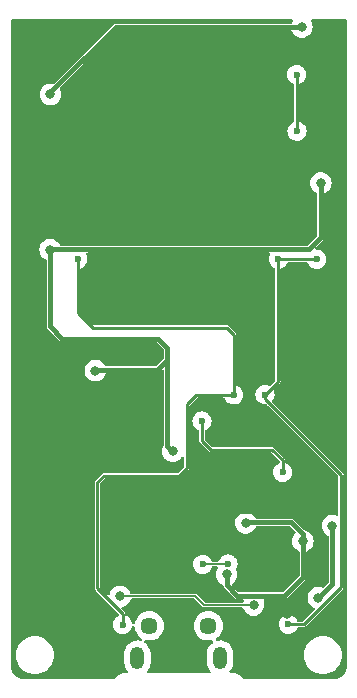
<source format=gbr>
%TF.GenerationSoftware,KiCad,Pcbnew,(6.0.1-0)*%
%TF.CreationDate,2022-11-21T00:33:54+01:00*%
%TF.ProjectId,flowmeter,666c6f77-6d65-4746-9572-2e6b69636164,rev?*%
%TF.SameCoordinates,Original*%
%TF.FileFunction,Copper,L2,Bot*%
%TF.FilePolarity,Positive*%
%FSLAX46Y46*%
G04 Gerber Fmt 4.6, Leading zero omitted, Abs format (unit mm)*
G04 Created by KiCad (PCBNEW (6.0.1-0)) date 2022-11-21 00:33:54*
%MOMM*%
%LPD*%
G01*
G04 APERTURE LIST*
%TA.AperFunction,ComponentPad*%
%ADD10C,1.450000*%
%TD*%
%TA.AperFunction,ComponentPad*%
%ADD11O,1.200000X1.900000*%
%TD*%
%TA.AperFunction,ViaPad*%
%ADD12C,0.600000*%
%TD*%
%TA.AperFunction,ViaPad*%
%ADD13C,0.800000*%
%TD*%
%TA.AperFunction,Conductor*%
%ADD14C,0.254000*%
%TD*%
%TA.AperFunction,Conductor*%
%ADD15C,0.381000*%
%TD*%
%TA.AperFunction,Conductor*%
%ADD16C,0.200000*%
%TD*%
G04 APERTURE END LIST*
D10*
%TO.P,J1,6,Shield*%
%TO.N,unconnected-(J1-Pad6)*%
X153376000Y-122997500D03*
X148376000Y-122997500D03*
D11*
X147376000Y-125697500D03*
X154376000Y-125697500D03*
%TD*%
D12*
%TO.N,RESET*%
X142330000Y-91940000D03*
D13*
%TO.N,VBUS*%
X145903615Y-120490000D03*
X162690000Y-120610000D03*
X163880000Y-114520000D03*
X157210000Y-121240000D03*
%TO.N,GND*%
X151384000Y-73660000D03*
X159964500Y-112776000D03*
X145288000Y-81280000D03*
X153416000Y-88392000D03*
X155448000Y-83312000D03*
X160020000Y-121980000D03*
X149352000Y-73660000D03*
X149352000Y-85852000D03*
X153416000Y-78740000D03*
X151384000Y-83312000D03*
X157480000Y-81280000D03*
X157480000Y-76200000D03*
X157480000Y-78740000D03*
X152110000Y-121320000D03*
X153416000Y-81280000D03*
X147320000Y-81280000D03*
X149352000Y-81280000D03*
X157480000Y-88392000D03*
X145288000Y-83312000D03*
X145288000Y-73660000D03*
X143020000Y-113130000D03*
X155448000Y-73660000D03*
X147320000Y-88392000D03*
X145288000Y-76200000D03*
X149352000Y-78740000D03*
X147320000Y-83312000D03*
X155448000Y-78740000D03*
X153416000Y-114300000D03*
X151384000Y-85852000D03*
X145288000Y-78740000D03*
X149352000Y-88392000D03*
X142250000Y-122114000D03*
X143030000Y-118890000D03*
X147320000Y-73660000D03*
X157480000Y-85852000D03*
X147320000Y-76200000D03*
X153416000Y-83312000D03*
X153416000Y-85852000D03*
X151384000Y-81280000D03*
X153416000Y-73660000D03*
X157480000Y-73660000D03*
X155448000Y-85852000D03*
X155448000Y-88392000D03*
X149526500Y-121280000D03*
X155448000Y-76200000D03*
X157480000Y-83312000D03*
X151384000Y-88392000D03*
X145288000Y-88392000D03*
X147320000Y-85852000D03*
X147320000Y-78740000D03*
X151384000Y-78740000D03*
X153416000Y-76200000D03*
X151384000Y-76200000D03*
X145288000Y-85852000D03*
X149352000Y-76200000D03*
X149352000Y-83312000D03*
X155448000Y-81280000D03*
D12*
%TO.N,D-*%
X155042979Y-117757525D03*
X152910000Y-117790000D03*
%TO.N,IO0*%
X159310000Y-91940000D03*
X162560000Y-91948000D03*
X160157717Y-122868898D03*
X158170000Y-103426500D03*
%TO.N,RTS*%
X159660000Y-109990000D03*
X152840000Y-105650000D03*
%TO.N,RESET*%
X146120000Y-122890000D03*
X155520000Y-103440000D03*
%TO.N,SCL*%
X160890000Y-81110000D03*
X160860000Y-76320000D03*
D13*
%TO.N,3V3*%
X156541748Y-114271991D03*
X161387937Y-115824000D03*
X139980000Y-91140000D03*
X150368000Y-108204000D03*
X140013500Y-78000000D03*
X154924776Y-118649227D03*
X161300000Y-72300000D03*
X143810000Y-101380000D03*
X162900000Y-85500000D03*
%TD*%
D14*
%TO.N,RESET*%
X155520000Y-103440000D02*
X155520000Y-98360000D01*
X155520000Y-98360000D02*
X154932096Y-97772096D01*
X154932096Y-97772096D02*
X143572096Y-97772096D01*
X143572096Y-97772096D02*
X142330000Y-96530000D01*
X142330000Y-96530000D02*
X142330000Y-91940000D01*
X146120000Y-122890000D02*
X146120000Y-121970000D01*
X146120000Y-121970000D02*
X143983489Y-119833489D01*
X143983489Y-119833489D02*
X143983489Y-110836511D01*
X143983489Y-110836511D02*
X144520000Y-110300000D01*
X144520000Y-110300000D02*
X150860000Y-110300000D01*
X150860000Y-110300000D02*
X151550000Y-109610000D01*
X151550000Y-109610000D02*
X151550000Y-104240000D01*
X151550000Y-104240000D02*
X152350000Y-103440000D01*
X152350000Y-103440000D02*
X155520000Y-103440000D01*
D15*
%TO.N,VBUS*%
X163880000Y-114520000D02*
X163880000Y-119420000D01*
D16*
X152269259Y-120490000D02*
X153019259Y-121240000D01*
X153019259Y-121240000D02*
X157210000Y-121240000D01*
D15*
X163880000Y-119420000D02*
X162690000Y-120610000D01*
D16*
X145903615Y-120490000D02*
X152269259Y-120490000D01*
D15*
%TO.N,GND*%
X152110000Y-121320000D02*
X149566500Y-121320000D01*
X160472500Y-113284000D02*
X159456500Y-113284000D01*
X154940000Y-114300000D02*
X155956000Y-113284000D01*
X162560000Y-118500980D02*
X162560000Y-115371500D01*
X155956000Y-113284000D02*
X159456500Y-113284000D01*
X142250000Y-122114000D02*
X143030000Y-121334000D01*
X149566500Y-121320000D02*
X149526500Y-121280000D01*
X153416000Y-114300000D02*
X154940000Y-114300000D01*
X143020000Y-113130000D02*
X143020000Y-118880000D01*
X159964500Y-112776000D02*
X159456500Y-113284000D01*
X160020000Y-121040980D02*
X162560000Y-118500980D01*
X143030000Y-121334000D02*
X143030000Y-118890000D01*
X160020000Y-121980000D02*
X160020000Y-121040980D01*
X162560000Y-115371500D02*
X160472500Y-113284000D01*
X143020000Y-118880000D02*
X143030000Y-118890000D01*
D16*
%TO.N,D-*%
X155042979Y-117757525D02*
X152942475Y-117757525D01*
X152942475Y-117757525D02*
X152910000Y-117790000D01*
D14*
%TO.N,IO0*%
X159310000Y-91940000D02*
X159318000Y-91948000D01*
X158170000Y-103750000D02*
X158170000Y-103426500D01*
X161457443Y-122870000D02*
X164606511Y-119720932D01*
X159318000Y-91948000D02*
X162560000Y-91948000D01*
X160158819Y-122870000D02*
X161457443Y-122870000D01*
X164606511Y-110186511D02*
X158170000Y-103750000D01*
X159310000Y-91940000D02*
X159272613Y-91977387D01*
X159272613Y-102323887D02*
X158170000Y-103426500D01*
X159272613Y-91977387D02*
X159272613Y-102323887D01*
X164606511Y-119720932D02*
X164606511Y-110186511D01*
X160157717Y-122868898D02*
X160158819Y-122870000D01*
%TO.N,RTS*%
X153600000Y-108080000D02*
X158760000Y-108080000D01*
X152840000Y-105650000D02*
X152840000Y-107320000D01*
X159660000Y-108980000D02*
X159660000Y-109990000D01*
X152840000Y-107320000D02*
X153600000Y-108080000D01*
X158760000Y-108080000D02*
X159660000Y-108980000D01*
%TO.N,SCL*%
X160860000Y-77320000D02*
X160870000Y-77330000D01*
X160870000Y-77330000D02*
X160870000Y-81090000D01*
X160860000Y-76320000D02*
X160860000Y-77320000D01*
X160870000Y-81090000D02*
X160890000Y-81110000D01*
D15*
%TO.N,3V3*%
X154924776Y-118649227D02*
X154924776Y-119534776D01*
X139980000Y-91140000D02*
X140020000Y-91100000D01*
X161387937Y-115824000D02*
X161387937Y-118852063D01*
X143881014Y-101308986D02*
X149051014Y-101308986D01*
X149900000Y-99470000D02*
X149900000Y-107736000D01*
X139980000Y-91140000D02*
X139980000Y-97640000D01*
X162900000Y-90084000D02*
X162900000Y-85500000D01*
X140020000Y-91100000D02*
X161884000Y-91100000D01*
X141020000Y-98680000D02*
X149110000Y-98680000D01*
X154924776Y-119534776D02*
X155840000Y-120450000D01*
X155840000Y-120450000D02*
X159790000Y-120450000D01*
X161387937Y-115824000D02*
X161387937Y-115237969D01*
X140013500Y-78000000D02*
X140013500Y-77817255D01*
X149110000Y-98680000D02*
X149900000Y-99470000D01*
X139980000Y-97640000D02*
X141020000Y-98680000D01*
X140013500Y-77817255D02*
X145530755Y-72300000D01*
X159790000Y-120450000D02*
X161387937Y-118852063D01*
X160389968Y-114240000D02*
X156573739Y-114240000D01*
X145530755Y-72300000D02*
X161300000Y-72300000D01*
X149051014Y-101308986D02*
X149900000Y-100460000D01*
X149900000Y-107736000D02*
X150368000Y-108204000D01*
X156573739Y-114240000D02*
X156541748Y-114271991D01*
X143810000Y-101380000D02*
X143881014Y-101308986D01*
X161884000Y-91100000D02*
X162900000Y-90084000D01*
X161387937Y-115237969D02*
X160389968Y-114240000D01*
%TD*%
%TA.AperFunction,Conductor*%
%TO.N,GND*%
G36*
X160488817Y-71648002D02*
G01*
X160535310Y-71701658D01*
X160545414Y-71771932D01*
X160529815Y-71817000D01*
X160465473Y-71928444D01*
X160463431Y-71934728D01*
X160460747Y-71940757D01*
X160459178Y-71940059D01*
X160423908Y-71991641D01*
X160358512Y-72019279D01*
X160344148Y-72020100D01*
X145579171Y-72020100D01*
X145577143Y-72019951D01*
X145572352Y-72018306D01*
X145560729Y-72018742D01*
X145560727Y-72018742D01*
X145526939Y-72020011D01*
X145522212Y-72020100D01*
X145504724Y-72020100D01*
X145500221Y-72020939D01*
X145497472Y-72021117D01*
X145479779Y-72021781D01*
X145479776Y-72021782D01*
X145468154Y-72022218D01*
X145457464Y-72026810D01*
X145450576Y-72028363D01*
X145446274Y-72029670D01*
X145439685Y-72032213D01*
X145428247Y-72034343D01*
X145409236Y-72046062D01*
X145392863Y-72054566D01*
X145380522Y-72059868D01*
X145380519Y-72059870D01*
X145372351Y-72063379D01*
X145367798Y-72067119D01*
X145365613Y-72069304D01*
X145363347Y-72071359D01*
X145363106Y-72071093D01*
X145357998Y-72075130D01*
X145358005Y-72075138D01*
X145349387Y-72082953D01*
X145339484Y-72089057D01*
X145332443Y-72098317D01*
X145324411Y-72108879D01*
X145313210Y-72121707D01*
X140350698Y-77084219D01*
X140288386Y-77118245D01*
X140235406Y-77118371D01*
X140115444Y-77092872D01*
X140115439Y-77092872D01*
X140108987Y-77091500D01*
X139918013Y-77091500D01*
X139911561Y-77092872D01*
X139911556Y-77092872D01*
X139824612Y-77111353D01*
X139731212Y-77131206D01*
X139725182Y-77133891D01*
X139725181Y-77133891D01*
X139562778Y-77206197D01*
X139562776Y-77206198D01*
X139556748Y-77208882D01*
X139402247Y-77321134D01*
X139397826Y-77326044D01*
X139397825Y-77326045D01*
X139315327Y-77417669D01*
X139274460Y-77463056D01*
X139178973Y-77628444D01*
X139119958Y-77810072D01*
X139099996Y-78000000D01*
X139119958Y-78189928D01*
X139178973Y-78371556D01*
X139274460Y-78536944D01*
X139402247Y-78678866D01*
X139556748Y-78791118D01*
X139562776Y-78793802D01*
X139562778Y-78793803D01*
X139725181Y-78866109D01*
X139731212Y-78868794D01*
X139824612Y-78888647D01*
X139911556Y-78907128D01*
X139911561Y-78907128D01*
X139918013Y-78908500D01*
X140108987Y-78908500D01*
X140115439Y-78907128D01*
X140115444Y-78907128D01*
X140202388Y-78888647D01*
X140295788Y-78868794D01*
X140301819Y-78866109D01*
X140464222Y-78793803D01*
X140464224Y-78793802D01*
X140470252Y-78791118D01*
X140624753Y-78678866D01*
X140752540Y-78536944D01*
X140848027Y-78371556D01*
X140907042Y-78189928D01*
X140927004Y-78000000D01*
X140907042Y-77810072D01*
X140848027Y-77628444D01*
X140804906Y-77553756D01*
X140788169Y-77484761D01*
X140811390Y-77417669D01*
X140824931Y-77401662D01*
X141917953Y-76308640D01*
X160046463Y-76308640D01*
X160064163Y-76489160D01*
X160121418Y-76661273D01*
X160125065Y-76667295D01*
X160125066Y-76667297D01*
X160135978Y-76685314D01*
X160215380Y-76816424D01*
X160341382Y-76946902D01*
X160493159Y-77046222D01*
X160561524Y-77071647D01*
X160618396Y-77114137D01*
X160643270Y-77180633D01*
X160643600Y-77189742D01*
X160643600Y-77311025D01*
X160643427Y-77317621D01*
X160641488Y-77354609D01*
X160646234Y-77366974D01*
X160648306Y-77380053D01*
X160648144Y-77380079D01*
X160653600Y-77409514D01*
X160653600Y-80246157D01*
X160633598Y-80314278D01*
X160579942Y-80360771D01*
X160568204Y-80365435D01*
X160550252Y-80371546D01*
X160550249Y-80371547D01*
X160543579Y-80373818D01*
X160537575Y-80377512D01*
X160395095Y-80465166D01*
X160395092Y-80465168D01*
X160389088Y-80468862D01*
X160384053Y-80473793D01*
X160384050Y-80473795D01*
X160264525Y-80590843D01*
X160259493Y-80595771D01*
X160161235Y-80748238D01*
X160158826Y-80754858D01*
X160158824Y-80754861D01*
X160101606Y-80912066D01*
X160099197Y-80918685D01*
X160076463Y-81098640D01*
X160094163Y-81279160D01*
X160151418Y-81451273D01*
X160155065Y-81457295D01*
X160155066Y-81457297D01*
X160165978Y-81475314D01*
X160245380Y-81606424D01*
X160371382Y-81736902D01*
X160523159Y-81836222D01*
X160529763Y-81838678D01*
X160529765Y-81838679D01*
X160686558Y-81896990D01*
X160686560Y-81896990D01*
X160693168Y-81899448D01*
X160776995Y-81910633D01*
X160865980Y-81922507D01*
X160865984Y-81922507D01*
X160872961Y-81923438D01*
X160879972Y-81922800D01*
X160879976Y-81922800D01*
X161022459Y-81909832D01*
X161053600Y-81906998D01*
X161060302Y-81904820D01*
X161060304Y-81904820D01*
X161219409Y-81853124D01*
X161219412Y-81853123D01*
X161226108Y-81850947D01*
X161381912Y-81758069D01*
X161513266Y-81632982D01*
X161613643Y-81481902D01*
X161678055Y-81312338D01*
X161679035Y-81305366D01*
X161702748Y-81136639D01*
X161702748Y-81136636D01*
X161703299Y-81132717D01*
X161703616Y-81110000D01*
X161683397Y-80929745D01*
X161681080Y-80923091D01*
X161626064Y-80765106D01*
X161626062Y-80765103D01*
X161623745Y-80758448D01*
X161527626Y-80604624D01*
X161513941Y-80590843D01*
X161404778Y-80480915D01*
X161404774Y-80480912D01*
X161399815Y-80475918D01*
X161388697Y-80468862D01*
X161340538Y-80438300D01*
X161246666Y-80378727D01*
X161170133Y-80351475D01*
X161112669Y-80309781D01*
X161086869Y-80243638D01*
X161086400Y-80232776D01*
X161086400Y-77338962D01*
X161086573Y-77332367D01*
X161087818Y-77308616D01*
X161087818Y-77308615D01*
X161088511Y-77295391D01*
X161083766Y-77283029D01*
X161081694Y-77269946D01*
X161081855Y-77269920D01*
X161076400Y-77240487D01*
X161076400Y-77191387D01*
X161096402Y-77123266D01*
X161150058Y-77076773D01*
X161163463Y-77071554D01*
X161189411Y-77063123D01*
X161196108Y-77060947D01*
X161351912Y-76968069D01*
X161483266Y-76842982D01*
X161583643Y-76691902D01*
X161648055Y-76522338D01*
X161649035Y-76515366D01*
X161672748Y-76346639D01*
X161672748Y-76346636D01*
X161673299Y-76342717D01*
X161673616Y-76320000D01*
X161653397Y-76139745D01*
X161651080Y-76133091D01*
X161596064Y-75975106D01*
X161596062Y-75975103D01*
X161593745Y-75968448D01*
X161497626Y-75814624D01*
X161483941Y-75800843D01*
X161374778Y-75690915D01*
X161374774Y-75690912D01*
X161369815Y-75685918D01*
X161358697Y-75678862D01*
X161310538Y-75648300D01*
X161216666Y-75588727D01*
X161187463Y-75578328D01*
X161052425Y-75530243D01*
X161052420Y-75530242D01*
X161045790Y-75527881D01*
X161038802Y-75527048D01*
X161038799Y-75527047D01*
X160915698Y-75512368D01*
X160865680Y-75506404D01*
X160858677Y-75507140D01*
X160858676Y-75507140D01*
X160692288Y-75524628D01*
X160692286Y-75524629D01*
X160685288Y-75525364D01*
X160513579Y-75583818D01*
X160507575Y-75587512D01*
X160365095Y-75675166D01*
X160365092Y-75675168D01*
X160359088Y-75678862D01*
X160354053Y-75683793D01*
X160354050Y-75683795D01*
X160234525Y-75800843D01*
X160229493Y-75805771D01*
X160131235Y-75958238D01*
X160128826Y-75964858D01*
X160128824Y-75964861D01*
X160071606Y-76122066D01*
X160069197Y-76128685D01*
X160046463Y-76308640D01*
X141917953Y-76308640D01*
X145609788Y-72616805D01*
X145672100Y-72582779D01*
X145698883Y-72579900D01*
X160344148Y-72579900D01*
X160412269Y-72599902D01*
X160458762Y-72653558D01*
X160462561Y-72663318D01*
X160463431Y-72665271D01*
X160465473Y-72671556D01*
X160560960Y-72836944D01*
X160688747Y-72978866D01*
X160843248Y-73091118D01*
X160849276Y-73093802D01*
X160849278Y-73093803D01*
X161011681Y-73166109D01*
X161017712Y-73168794D01*
X161111112Y-73188647D01*
X161198056Y-73207128D01*
X161198061Y-73207128D01*
X161204513Y-73208500D01*
X161395487Y-73208500D01*
X161401939Y-73207128D01*
X161401944Y-73207128D01*
X161488888Y-73188647D01*
X161582288Y-73168794D01*
X161588319Y-73166109D01*
X161750722Y-73093803D01*
X161750724Y-73093802D01*
X161756752Y-73091118D01*
X161911253Y-72978866D01*
X162039040Y-72836944D01*
X162134527Y-72671556D01*
X162193542Y-72489928D01*
X162213504Y-72300000D01*
X162193542Y-72110072D01*
X162134527Y-71928444D01*
X162070185Y-71817000D01*
X162053447Y-71748004D01*
X162076668Y-71680913D01*
X162132475Y-71637026D01*
X162179304Y-71628000D01*
X164974000Y-71628000D01*
X165042121Y-71648002D01*
X165088614Y-71701658D01*
X165100000Y-71754000D01*
X165100000Y-126430063D01*
X165097634Y-126454366D01*
X165095465Y-126465400D01*
X165096275Y-126474339D01*
X165096275Y-126474345D01*
X165096679Y-126478800D01*
X165096250Y-126505570D01*
X165083007Y-126613142D01*
X165079829Y-126638952D01*
X165075575Y-126659372D01*
X165030697Y-126810741D01*
X165023134Y-126830178D01*
X164953904Y-126972062D01*
X164943238Y-126989986D01*
X164851542Y-127118518D01*
X164838064Y-127134436D01*
X164726436Y-127246064D01*
X164710518Y-127259542D01*
X164581986Y-127351238D01*
X164564062Y-127361904D01*
X164422178Y-127431134D01*
X164402741Y-127438697D01*
X164251372Y-127483575D01*
X164230954Y-127487829D01*
X164185648Y-127493407D01*
X164104484Y-127503399D01*
X164087815Y-127503463D01*
X164087823Y-127503752D01*
X164078850Y-127503998D01*
X164069931Y-127502969D01*
X164061082Y-127504485D01*
X164061081Y-127504485D01*
X164051123Y-127506191D01*
X164029848Y-127508000D01*
X156398192Y-127508000D01*
X156330071Y-127487998D01*
X156294979Y-127454270D01*
X156274406Y-127424889D01*
X156229274Y-127360433D01*
X156103567Y-127234726D01*
X155957941Y-127132758D01*
X155952963Y-127130437D01*
X155952960Y-127130435D01*
X155801802Y-127059949D01*
X155801801Y-127059948D01*
X155796820Y-127057626D01*
X155791512Y-127056204D01*
X155791510Y-127056203D01*
X155678928Y-127026037D01*
X155625101Y-127011614D01*
X155493850Y-127000130D01*
X155483947Y-126998867D01*
X155460540Y-126994929D01*
X155454185Y-126994851D01*
X155452860Y-126994835D01*
X155452856Y-126994835D01*
X155448001Y-126994776D01*
X155420413Y-126998727D01*
X155402550Y-127000000D01*
X155293782Y-127000000D01*
X155225661Y-126979998D01*
X155179168Y-126926342D01*
X155169064Y-126856068D01*
X155202764Y-126786869D01*
X155208069Y-126781328D01*
X155249881Y-126737650D01*
X155364620Y-126559952D01*
X155413313Y-126439129D01*
X155441442Y-126369332D01*
X155441443Y-126369329D01*
X155443686Y-126363763D01*
X155484228Y-126156163D01*
X155484500Y-126150601D01*
X155484500Y-125476000D01*
X161454526Y-125476000D01*
X161474391Y-125728403D01*
X161533495Y-125974591D01*
X161535388Y-125979162D01*
X161535389Y-125979164D01*
X161608705Y-126156163D01*
X161630384Y-126208502D01*
X161762672Y-126424376D01*
X161927102Y-126616898D01*
X162119624Y-126781328D01*
X162335498Y-126913616D01*
X162340068Y-126915509D01*
X162340072Y-126915511D01*
X162564836Y-127008611D01*
X162569409Y-127010505D01*
X162634105Y-127026037D01*
X162810784Y-127068454D01*
X162810790Y-127068455D01*
X162815597Y-127069609D01*
X162915416Y-127077465D01*
X163002345Y-127084307D01*
X163002352Y-127084307D01*
X163004801Y-127084500D01*
X163131199Y-127084500D01*
X163133648Y-127084307D01*
X163133655Y-127084307D01*
X163220584Y-127077465D01*
X163320403Y-127069609D01*
X163325210Y-127068455D01*
X163325216Y-127068454D01*
X163501895Y-127026037D01*
X163566591Y-127010505D01*
X163571164Y-127008611D01*
X163795928Y-126915511D01*
X163795932Y-126915509D01*
X163800502Y-126913616D01*
X164016376Y-126781328D01*
X164208898Y-126616898D01*
X164373328Y-126424376D01*
X164505616Y-126208502D01*
X164527296Y-126156163D01*
X164600611Y-125979164D01*
X164600612Y-125979162D01*
X164602505Y-125974591D01*
X164661609Y-125728403D01*
X164681474Y-125476000D01*
X164661609Y-125223597D01*
X164602505Y-124977409D01*
X164586891Y-124939714D01*
X164507511Y-124748072D01*
X164507509Y-124748068D01*
X164505616Y-124743498D01*
X164373328Y-124527624D01*
X164208898Y-124335102D01*
X164016376Y-124170672D01*
X163800502Y-124038384D01*
X163795932Y-124036491D01*
X163795928Y-124036489D01*
X163571164Y-123943389D01*
X163571162Y-123943388D01*
X163566591Y-123941495D01*
X163481968Y-123921179D01*
X163325216Y-123883546D01*
X163325210Y-123883545D01*
X163320403Y-123882391D01*
X163220584Y-123874535D01*
X163133655Y-123867693D01*
X163133648Y-123867693D01*
X163131199Y-123867500D01*
X163004801Y-123867500D01*
X163002352Y-123867693D01*
X163002345Y-123867693D01*
X162915416Y-123874535D01*
X162815597Y-123882391D01*
X162810790Y-123883545D01*
X162810784Y-123883546D01*
X162654032Y-123921179D01*
X162569409Y-123941495D01*
X162564838Y-123943388D01*
X162564836Y-123943389D01*
X162340072Y-124036489D01*
X162340068Y-124036491D01*
X162335498Y-124038384D01*
X162119624Y-124170672D01*
X161927102Y-124335102D01*
X161762672Y-124527624D01*
X161630384Y-124743498D01*
X161628491Y-124748068D01*
X161628489Y-124748072D01*
X161549109Y-124939714D01*
X161533495Y-124977409D01*
X161474391Y-125223597D01*
X161454526Y-125476000D01*
X155484500Y-125476000D01*
X155484500Y-125294654D01*
X155469452Y-125136934D01*
X155409908Y-124933966D01*
X155313058Y-124745920D01*
X155182396Y-124579580D01*
X155177865Y-124575648D01*
X155177862Y-124575645D01*
X155027167Y-124444879D01*
X155022637Y-124440948D01*
X155017448Y-124437946D01*
X155017447Y-124437945D01*
X154844742Y-124338033D01*
X154839546Y-124335027D01*
X154639729Y-124265639D01*
X154633794Y-124264778D01*
X154633792Y-124264778D01*
X154436336Y-124236148D01*
X154436333Y-124236148D01*
X154430396Y-124235287D01*
X154219101Y-124245067D01*
X154142653Y-124263491D01*
X154071742Y-124260006D01*
X154013972Y-124218737D01*
X153987685Y-124152786D01*
X154001226Y-124083093D01*
X154040861Y-124037785D01*
X154167396Y-123949184D01*
X154167399Y-123949182D01*
X154171907Y-123946025D01*
X154324525Y-123793407D01*
X154448323Y-123616606D01*
X154450646Y-123611624D01*
X154450649Y-123611619D01*
X154537216Y-123425975D01*
X154537217Y-123425974D01*
X154539539Y-123420993D01*
X154586249Y-123246671D01*
X154593977Y-123217828D01*
X154593977Y-123217826D01*
X154595401Y-123212513D01*
X154614212Y-122997500D01*
X154595401Y-122782487D01*
X154588495Y-122756714D01*
X154540962Y-122579317D01*
X154540961Y-122579315D01*
X154539539Y-122574007D01*
X154521285Y-122534861D01*
X154450649Y-122383381D01*
X154450646Y-122383376D01*
X154448323Y-122378394D01*
X154362564Y-122255918D01*
X154327684Y-122206104D01*
X154327682Y-122206101D01*
X154324525Y-122201593D01*
X154171907Y-122048975D01*
X154150240Y-122033803D01*
X154028583Y-121948618D01*
X153995106Y-121925177D01*
X153990124Y-121922854D01*
X153990119Y-121922851D01*
X153804475Y-121836284D01*
X153804474Y-121836283D01*
X153799493Y-121833961D01*
X153794185Y-121832539D01*
X153794183Y-121832538D01*
X153596328Y-121779523D01*
X153596326Y-121779523D01*
X153591013Y-121778099D01*
X153376000Y-121759288D01*
X153160987Y-121778099D01*
X153155674Y-121779523D01*
X153155672Y-121779523D01*
X152957817Y-121832538D01*
X152957815Y-121832539D01*
X152952507Y-121833961D01*
X152947526Y-121836283D01*
X152947525Y-121836284D01*
X152761881Y-121922851D01*
X152761876Y-121922854D01*
X152756894Y-121925177D01*
X152723417Y-121948618D01*
X152601761Y-122033803D01*
X152580093Y-122048975D01*
X152427475Y-122201593D01*
X152424318Y-122206101D01*
X152424316Y-122206104D01*
X152389436Y-122255918D01*
X152303677Y-122378394D01*
X152301354Y-122383376D01*
X152301351Y-122383381D01*
X152230715Y-122534861D01*
X152212461Y-122574007D01*
X152211039Y-122579315D01*
X152211038Y-122579317D01*
X152163505Y-122756714D01*
X152156599Y-122782487D01*
X152137788Y-122997500D01*
X152156599Y-123212513D01*
X152158023Y-123217826D01*
X152158023Y-123217828D01*
X152165752Y-123246671D01*
X152212461Y-123420993D01*
X152214783Y-123425974D01*
X152214784Y-123425975D01*
X152301351Y-123611619D01*
X152301354Y-123611624D01*
X152303677Y-123616606D01*
X152427475Y-123793407D01*
X152580093Y-123946025D01*
X152756894Y-124069823D01*
X152761876Y-124072146D01*
X152761881Y-124072149D01*
X152934808Y-124152786D01*
X152952507Y-124161039D01*
X152957815Y-124162461D01*
X152957817Y-124162462D01*
X153155672Y-124215477D01*
X153155674Y-124215477D01*
X153160987Y-124216901D01*
X153376000Y-124235712D01*
X153591013Y-124216901D01*
X153596326Y-124215477D01*
X153596328Y-124215477D01*
X153656784Y-124199278D01*
X153727761Y-124200968D01*
X153786556Y-124240762D01*
X153814504Y-124306027D01*
X153802730Y-124376040D01*
X153762296Y-124423754D01*
X153648389Y-124504554D01*
X153502119Y-124657350D01*
X153387380Y-124835048D01*
X153308314Y-125031237D01*
X153267772Y-125238837D01*
X153267500Y-125244399D01*
X153267500Y-126100346D01*
X153282548Y-126258066D01*
X153342092Y-126461034D01*
X153344836Y-126466361D01*
X153344836Y-126466362D01*
X153433726Y-126638952D01*
X153438942Y-126649080D01*
X153542825Y-126781328D01*
X153554481Y-126796167D01*
X153580831Y-126862092D01*
X153567356Y-126931798D01*
X153518335Y-126983154D01*
X153455395Y-127000000D01*
X148293782Y-127000000D01*
X148225661Y-126979998D01*
X148179168Y-126926342D01*
X148169064Y-126856068D01*
X148202764Y-126786869D01*
X148208069Y-126781328D01*
X148249881Y-126737650D01*
X148364620Y-126559952D01*
X148413313Y-126439129D01*
X148441442Y-126369332D01*
X148441443Y-126369329D01*
X148443686Y-126363763D01*
X148484228Y-126156163D01*
X148484500Y-126150601D01*
X148484500Y-125294654D01*
X148469452Y-125136934D01*
X148409908Y-124933966D01*
X148313058Y-124745920D01*
X148182396Y-124579580D01*
X148177865Y-124575648D01*
X148177862Y-124575645D01*
X148027167Y-124444879D01*
X148022637Y-124440948D01*
X148011818Y-124434689D01*
X148007492Y-124432186D01*
X147958545Y-124380759D01*
X147945172Y-124311033D01*
X147971619Y-124245146D01*
X148029489Y-124204017D01*
X148103203Y-124201418D01*
X148155665Y-124215476D01*
X148155676Y-124215478D01*
X148160987Y-124216901D01*
X148376000Y-124235712D01*
X148591013Y-124216901D01*
X148596326Y-124215477D01*
X148596328Y-124215477D01*
X148794183Y-124162462D01*
X148794185Y-124162461D01*
X148799493Y-124161039D01*
X148817192Y-124152786D01*
X148990119Y-124072149D01*
X148990124Y-124072146D01*
X148995106Y-124069823D01*
X149171907Y-123946025D01*
X149324525Y-123793407D01*
X149448323Y-123616606D01*
X149450646Y-123611624D01*
X149450649Y-123611619D01*
X149537216Y-123425975D01*
X149537217Y-123425974D01*
X149539539Y-123420993D01*
X149586249Y-123246671D01*
X149593977Y-123217828D01*
X149593977Y-123217826D01*
X149595401Y-123212513D01*
X149614212Y-122997500D01*
X149595401Y-122782487D01*
X149588495Y-122756714D01*
X149540962Y-122579317D01*
X149540961Y-122579315D01*
X149539539Y-122574007D01*
X149521285Y-122534861D01*
X149450649Y-122383381D01*
X149450646Y-122383376D01*
X149448323Y-122378394D01*
X149362564Y-122255918D01*
X149327684Y-122206104D01*
X149327682Y-122206101D01*
X149324525Y-122201593D01*
X149171907Y-122048975D01*
X149150240Y-122033803D01*
X149028583Y-121948618D01*
X148995106Y-121925177D01*
X148990124Y-121922854D01*
X148990119Y-121922851D01*
X148804475Y-121836284D01*
X148804474Y-121836283D01*
X148799493Y-121833961D01*
X148794185Y-121832539D01*
X148794183Y-121832538D01*
X148596328Y-121779523D01*
X148596326Y-121779523D01*
X148591013Y-121778099D01*
X148376000Y-121759288D01*
X148160987Y-121778099D01*
X148155674Y-121779523D01*
X148155672Y-121779523D01*
X147957817Y-121832538D01*
X147957815Y-121832539D01*
X147952507Y-121833961D01*
X147947526Y-121836283D01*
X147947525Y-121836284D01*
X147761881Y-121922851D01*
X147761876Y-121922854D01*
X147756894Y-121925177D01*
X147723417Y-121948618D01*
X147601761Y-122033803D01*
X147580093Y-122048975D01*
X147427475Y-122201593D01*
X147424318Y-122206101D01*
X147424316Y-122206104D01*
X147389436Y-122255918D01*
X147303677Y-122378394D01*
X147301354Y-122383376D01*
X147301351Y-122383381D01*
X147230715Y-122534861D01*
X147212461Y-122574007D01*
X147211039Y-122579315D01*
X147211038Y-122579317D01*
X147163505Y-122756714D01*
X147126553Y-122817337D01*
X147062693Y-122848358D01*
X146992198Y-122839930D01*
X146937451Y-122794727D01*
X146916583Y-122738148D01*
X146914182Y-122716744D01*
X146913397Y-122709745D01*
X146911080Y-122703091D01*
X146856064Y-122545106D01*
X146856062Y-122545103D01*
X146853745Y-122538448D01*
X146757626Y-122384624D01*
X146752664Y-122379627D01*
X146634778Y-122260915D01*
X146634774Y-122260912D01*
X146629815Y-122255918D01*
X146618697Y-122248862D01*
X146544212Y-122201593D01*
X146476666Y-122158727D01*
X146420131Y-122138596D01*
X146362670Y-122096904D01*
X146336869Y-122030761D01*
X146336400Y-122019898D01*
X146336400Y-121978975D01*
X146336573Y-121972379D01*
X146337819Y-121948618D01*
X146337819Y-121948616D01*
X146338512Y-121935391D01*
X146331682Y-121917598D01*
X146326070Y-121898654D01*
X146322108Y-121880016D01*
X146314328Y-121869308D01*
X146312603Y-121865432D01*
X146310289Y-121861869D01*
X146305543Y-121849507D01*
X146292078Y-121836042D01*
X146279237Y-121821007D01*
X146275821Y-121816305D01*
X146275817Y-121816302D01*
X146268035Y-121805590D01*
X146256568Y-121798969D01*
X146246725Y-121790107D01*
X146247107Y-121789683D01*
X146241140Y-121785104D01*
X146043971Y-121587935D01*
X146009945Y-121525623D01*
X146015010Y-121454808D01*
X146057557Y-121397972D01*
X146106868Y-121375594D01*
X146185903Y-121358794D01*
X146203225Y-121351082D01*
X146354337Y-121283803D01*
X146354339Y-121283802D01*
X146360367Y-121281118D01*
X146514868Y-121168866D01*
X146519290Y-121163955D01*
X146638236Y-121031852D01*
X146638237Y-121031851D01*
X146642655Y-121026944D01*
X146718927Y-120894837D01*
X146734838Y-120867279D01*
X146734839Y-120867278D01*
X146738142Y-120861556D01*
X146769040Y-120766463D01*
X146809114Y-120707858D01*
X146874511Y-120680221D01*
X146888873Y-120679400D01*
X152138617Y-120679400D01*
X152206738Y-120699402D01*
X152227712Y-120716305D01*
X152861949Y-121350542D01*
X152862557Y-121351223D01*
X152867221Y-121360937D01*
X152878301Y-121369798D01*
X152878302Y-121369799D01*
X152887348Y-121377033D01*
X152892929Y-121382028D01*
X152895429Y-121384022D01*
X152900432Y-121389025D01*
X152906419Y-121392788D01*
X152909368Y-121395140D01*
X152914947Y-121399105D01*
X152934706Y-121414906D01*
X152945592Y-121417409D01*
X152955049Y-121423353D01*
X152973917Y-121425486D01*
X152980190Y-121426196D01*
X152987235Y-121427400D01*
X152990796Y-121427804D01*
X152997737Y-121429400D01*
X153004857Y-121429400D01*
X153008241Y-121429784D01*
X153015591Y-121430198D01*
X153026813Y-121431467D01*
X153026814Y-121431467D01*
X153040914Y-121433061D01*
X153051228Y-121429459D01*
X153052285Y-121429400D01*
X156224742Y-121429400D01*
X156292863Y-121449402D01*
X156339356Y-121503058D01*
X156344575Y-121516463D01*
X156375473Y-121611556D01*
X156470960Y-121776944D01*
X156598747Y-121918866D01*
X156753248Y-122031118D01*
X156759276Y-122033802D01*
X156759278Y-122033803D01*
X156883305Y-122089023D01*
X156927712Y-122108794D01*
X157021113Y-122128647D01*
X157108056Y-122147128D01*
X157108061Y-122147128D01*
X157114513Y-122148500D01*
X157305487Y-122148500D01*
X157311939Y-122147128D01*
X157311944Y-122147128D01*
X157398887Y-122128647D01*
X157492288Y-122108794D01*
X157536695Y-122089023D01*
X157660722Y-122033803D01*
X157660724Y-122033802D01*
X157666752Y-122031118D01*
X157821253Y-121918866D01*
X157949040Y-121776944D01*
X158044527Y-121611556D01*
X158103542Y-121429928D01*
X158108577Y-121382028D01*
X158122814Y-121246565D01*
X158123504Y-121240000D01*
X158116028Y-121168866D01*
X158104232Y-121056635D01*
X158104232Y-121056633D01*
X158103542Y-121050072D01*
X158053102Y-120894835D01*
X158051074Y-120823869D01*
X158087737Y-120763071D01*
X158151449Y-120731746D01*
X158172935Y-120729900D01*
X159741584Y-120729900D01*
X159743612Y-120730049D01*
X159748403Y-120731694D01*
X159760026Y-120731258D01*
X159760028Y-120731258D01*
X159793816Y-120729989D01*
X159798543Y-120729900D01*
X159816031Y-120729900D01*
X159820534Y-120729061D01*
X159823283Y-120728883D01*
X159840976Y-120728219D01*
X159840979Y-120728218D01*
X159852601Y-120727782D01*
X159863291Y-120723190D01*
X159870179Y-120721637D01*
X159874481Y-120720330D01*
X159881070Y-120717787D01*
X159892508Y-120715657D01*
X159911519Y-120703938D01*
X159927892Y-120695434D01*
X159940233Y-120690132D01*
X159940236Y-120690130D01*
X159948404Y-120686621D01*
X159952957Y-120682881D01*
X159955142Y-120680696D01*
X159957408Y-120678641D01*
X159957649Y-120678907D01*
X159962757Y-120674870D01*
X159962750Y-120674862D01*
X159971368Y-120667047D01*
X159981271Y-120660943D01*
X159996344Y-120641121D01*
X160007545Y-120628293D01*
X161551621Y-119084218D01*
X161553162Y-119082887D01*
X161557711Y-119080664D01*
X161588617Y-119047347D01*
X161591897Y-119043942D01*
X161604263Y-119031576D01*
X161606859Y-119027791D01*
X161608680Y-119025718D01*
X161619089Y-119014498D01*
X161628624Y-119004219D01*
X161632935Y-118993414D01*
X161636710Y-118987442D01*
X161638827Y-118983477D01*
X161641689Y-118977018D01*
X161648269Y-118967427D01*
X161650954Y-118956113D01*
X161650955Y-118956110D01*
X161653424Y-118945703D01*
X161658989Y-118928107D01*
X161667262Y-118907371D01*
X161667837Y-118901507D01*
X161667837Y-118898419D01*
X161667987Y-118895356D01*
X161668345Y-118895373D01*
X161669101Y-118888912D01*
X161669090Y-118888911D01*
X161669658Y-118877295D01*
X161672345Y-118865973D01*
X161668988Y-118841306D01*
X161667837Y-118824315D01*
X161667837Y-116775683D01*
X161687839Y-116707562D01*
X161742588Y-116660576D01*
X161838659Y-116617803D01*
X161838661Y-116617802D01*
X161844689Y-116615118D01*
X161999190Y-116502866D01*
X162126977Y-116360944D01*
X162222464Y-116195556D01*
X162281479Y-116013928D01*
X162301441Y-115824000D01*
X162281479Y-115634072D01*
X162222464Y-115452444D01*
X162126977Y-115287056D01*
X162047571Y-115198866D01*
X162003612Y-115150045D01*
X162003611Y-115150044D01*
X161999190Y-115145134D01*
X161844689Y-115032882D01*
X161838661Y-115030198D01*
X161838659Y-115030197D01*
X161676256Y-114957891D01*
X161676255Y-114957891D01*
X161670225Y-114955206D01*
X161491841Y-114917289D01*
X161428943Y-114883137D01*
X160622126Y-114076320D01*
X160620793Y-114074776D01*
X160618569Y-114070226D01*
X160585238Y-114039307D01*
X160581833Y-114036027D01*
X160569480Y-114023674D01*
X160565701Y-114021081D01*
X160563634Y-114019266D01*
X160550654Y-114007226D01*
X160542124Y-113999313D01*
X160531316Y-113995001D01*
X160525356Y-113991233D01*
X160521377Y-113989108D01*
X160514926Y-113986249D01*
X160505332Y-113979668D01*
X160483609Y-113974513D01*
X160466012Y-113968948D01*
X160445276Y-113960675D01*
X160439412Y-113960100D01*
X160436324Y-113960100D01*
X160433261Y-113959950D01*
X160433278Y-113959592D01*
X160426817Y-113958836D01*
X160426816Y-113958847D01*
X160415200Y-113958279D01*
X160403878Y-113955592D01*
X160392349Y-113957161D01*
X160392348Y-113957161D01*
X160379211Y-113958949D01*
X160362220Y-113960100D01*
X157483469Y-113960100D01*
X157415348Y-113940098D01*
X157374350Y-113897100D01*
X157284090Y-113740765D01*
X157284087Y-113740760D01*
X157280788Y-113735047D01*
X157272820Y-113726197D01*
X157157423Y-113598036D01*
X157157422Y-113598035D01*
X157153001Y-113593125D01*
X156998500Y-113480873D01*
X156992472Y-113478189D01*
X156992470Y-113478188D01*
X156830067Y-113405882D01*
X156830066Y-113405882D01*
X156824036Y-113403197D01*
X156730636Y-113383344D01*
X156643692Y-113364863D01*
X156643687Y-113364863D01*
X156637235Y-113363491D01*
X156446261Y-113363491D01*
X156439809Y-113364863D01*
X156439804Y-113364863D01*
X156352860Y-113383344D01*
X156259460Y-113403197D01*
X156253430Y-113405882D01*
X156253429Y-113405882D01*
X156091026Y-113478188D01*
X156091024Y-113478189D01*
X156084996Y-113480873D01*
X155930495Y-113593125D01*
X155926074Y-113598035D01*
X155926073Y-113598036D01*
X155810677Y-113726197D01*
X155802708Y-113735047D01*
X155707221Y-113900435D01*
X155648206Y-114082063D01*
X155647516Y-114088624D01*
X155647516Y-114088626D01*
X155628934Y-114265426D01*
X155628244Y-114271991D01*
X155648206Y-114461919D01*
X155707221Y-114643547D01*
X155802708Y-114808935D01*
X155930495Y-114950857D01*
X155992746Y-114996085D01*
X156078511Y-115058397D01*
X156084996Y-115063109D01*
X156091024Y-115065793D01*
X156091026Y-115065794D01*
X156253429Y-115138100D01*
X156259460Y-115140785D01*
X156352860Y-115160638D01*
X156439804Y-115179119D01*
X156439809Y-115179119D01*
X156446261Y-115180491D01*
X156637235Y-115180491D01*
X156643687Y-115179119D01*
X156643692Y-115179119D01*
X156730636Y-115160638D01*
X156824036Y-115140785D01*
X156830067Y-115138100D01*
X156992470Y-115065794D01*
X156992472Y-115065793D01*
X156998500Y-115063109D01*
X157004986Y-115058397D01*
X157090750Y-114996085D01*
X157153001Y-114950857D01*
X157280788Y-114808935D01*
X157376275Y-114643547D01*
X157388162Y-114606963D01*
X157428236Y-114548358D01*
X157493633Y-114520721D01*
X157507995Y-114519900D01*
X160221839Y-114519900D01*
X160289960Y-114539902D01*
X160310935Y-114556805D01*
X160750214Y-114996085D01*
X160784239Y-115058397D01*
X160779174Y-115129213D01*
X160754754Y-115169489D01*
X160648897Y-115287056D01*
X160553410Y-115452444D01*
X160494395Y-115634072D01*
X160474433Y-115824000D01*
X160494395Y-116013928D01*
X160553410Y-116195556D01*
X160648897Y-116360944D01*
X160776684Y-116502866D01*
X160931185Y-116615118D01*
X160937213Y-116617802D01*
X160937215Y-116617803D01*
X161033286Y-116660576D01*
X161087381Y-116706556D01*
X161108037Y-116775683D01*
X161108037Y-118683935D01*
X161088035Y-118752056D01*
X161071132Y-118773030D01*
X159710967Y-120133195D01*
X159648655Y-120167221D01*
X159621872Y-120170100D01*
X156008128Y-120170100D01*
X155940007Y-120150098D01*
X155919033Y-120133195D01*
X155395871Y-119610033D01*
X155361845Y-119547721D01*
X155366910Y-119476906D01*
X155410904Y-119419002D01*
X155435976Y-119400786D01*
X155536029Y-119328093D01*
X155663816Y-119186171D01*
X155759303Y-119020783D01*
X155818318Y-118839155D01*
X155838280Y-118649227D01*
X155826077Y-118533124D01*
X155819008Y-118465862D01*
X155819008Y-118465860D01*
X155818318Y-118459299D01*
X155759303Y-118277671D01*
X155755975Y-118271907D01*
X155755969Y-118271881D01*
X155753315Y-118265920D01*
X155754405Y-118265435D01*
X155739234Y-118202916D01*
X155760143Y-118139178D01*
X155766622Y-118129427D01*
X155818698Y-117992338D01*
X155828534Y-117966445D01*
X155828535Y-117966443D01*
X155831034Y-117959863D01*
X155856278Y-117780242D01*
X155856595Y-117757525D01*
X155836376Y-117577270D01*
X155834059Y-117570616D01*
X155779043Y-117412631D01*
X155779041Y-117412628D01*
X155776724Y-117405973D01*
X155704630Y-117290598D01*
X155684338Y-117258123D01*
X155680605Y-117252149D01*
X155666920Y-117238368D01*
X155557757Y-117128440D01*
X155557753Y-117128437D01*
X155552794Y-117123443D01*
X155541676Y-117116387D01*
X155456772Y-117062506D01*
X155399645Y-117026252D01*
X155370442Y-117015853D01*
X155235404Y-116967768D01*
X155235399Y-116967767D01*
X155228769Y-116965406D01*
X155221781Y-116964573D01*
X155221778Y-116964572D01*
X155098677Y-116949893D01*
X155048659Y-116943929D01*
X155041656Y-116944665D01*
X155041655Y-116944665D01*
X154875267Y-116962153D01*
X154875265Y-116962154D01*
X154868267Y-116962889D01*
X154696558Y-117021343D01*
X154634088Y-117059775D01*
X154548074Y-117112691D01*
X154548071Y-117112693D01*
X154542067Y-117116387D01*
X154537032Y-117121318D01*
X154537029Y-117121320D01*
X154417504Y-117238368D01*
X154412472Y-117243296D01*
X154314214Y-117395763D01*
X154311805Y-117402383D01*
X154311803Y-117402386D01*
X154281654Y-117485220D01*
X154239560Y-117542391D01*
X154173238Y-117567729D01*
X154163253Y-117568125D01*
X153778447Y-117568125D01*
X153710326Y-117548123D01*
X153663833Y-117494467D01*
X153659455Y-117483561D01*
X153646061Y-117445098D01*
X153646060Y-117445096D01*
X153643745Y-117438448D01*
X153547626Y-117284624D01*
X153533941Y-117270843D01*
X153424778Y-117160915D01*
X153424774Y-117160912D01*
X153419815Y-117155918D01*
X153408697Y-117148862D01*
X153351700Y-117112691D01*
X153266666Y-117058727D01*
X153237463Y-117048328D01*
X153102425Y-117000243D01*
X153102420Y-117000242D01*
X153095790Y-116997881D01*
X153088802Y-116997048D01*
X153088799Y-116997047D01*
X152965698Y-116982368D01*
X152915680Y-116976404D01*
X152908677Y-116977140D01*
X152908676Y-116977140D01*
X152742288Y-116994628D01*
X152742286Y-116994629D01*
X152735288Y-116995364D01*
X152563579Y-117053818D01*
X152557575Y-117057512D01*
X152415095Y-117145166D01*
X152415092Y-117145168D01*
X152409088Y-117148862D01*
X152404053Y-117153793D01*
X152404050Y-117153795D01*
X152284525Y-117270843D01*
X152279493Y-117275771D01*
X152181235Y-117428238D01*
X152178826Y-117434858D01*
X152178824Y-117434861D01*
X152175098Y-117445098D01*
X152119197Y-117598685D01*
X152096463Y-117778640D01*
X152114163Y-117959160D01*
X152171418Y-118131273D01*
X152175065Y-118137295D01*
X152175066Y-118137297D01*
X152256573Y-118271881D01*
X152265380Y-118286424D01*
X152391382Y-118416902D01*
X152543159Y-118516222D01*
X152549763Y-118518678D01*
X152549765Y-118518679D01*
X152706558Y-118576990D01*
X152706560Y-118576990D01*
X152713168Y-118579448D01*
X152796995Y-118590633D01*
X152885980Y-118602507D01*
X152885984Y-118602507D01*
X152892961Y-118603438D01*
X152899972Y-118602800D01*
X152899976Y-118602800D01*
X153042459Y-118589832D01*
X153073600Y-118586998D01*
X153080302Y-118584820D01*
X153080304Y-118584820D01*
X153239409Y-118533124D01*
X153239412Y-118533123D01*
X153246108Y-118530947D01*
X153355289Y-118465862D01*
X153395860Y-118441677D01*
X153395862Y-118441676D01*
X153401912Y-118438069D01*
X153533266Y-118312982D01*
X153633643Y-118161902D01*
X153684440Y-118028180D01*
X153727328Y-117971603D01*
X153793996Y-117947194D01*
X153802227Y-117946925D01*
X154062967Y-117946925D01*
X154131088Y-117966927D01*
X154177581Y-118020583D01*
X154187685Y-118090857D01*
X154172086Y-118135925D01*
X154090249Y-118277671D01*
X154031234Y-118459299D01*
X154030544Y-118465860D01*
X154030544Y-118465862D01*
X154023475Y-118533124D01*
X154011272Y-118649227D01*
X154031234Y-118839155D01*
X154090249Y-119020783D01*
X154185736Y-119186171D01*
X154313523Y-119328093D01*
X154468024Y-119440345D01*
X154474050Y-119443028D01*
X154474057Y-119443032D01*
X154572323Y-119486782D01*
X154626419Y-119532762D01*
X154639995Y-119575307D01*
X154644000Y-119574404D01*
X154646558Y-119585752D01*
X154646994Y-119597377D01*
X154651587Y-119608067D01*
X154653139Y-119614955D01*
X154654446Y-119619257D01*
X154656989Y-119625846D01*
X154659119Y-119637284D01*
X154670838Y-119656295D01*
X154679342Y-119672668D01*
X154683926Y-119683336D01*
X154688155Y-119693180D01*
X154691895Y-119697733D01*
X154694080Y-119699918D01*
X154696135Y-119702184D01*
X154695869Y-119702425D01*
X154699906Y-119707533D01*
X154699914Y-119707526D01*
X154707729Y-119716144D01*
X154713833Y-119726047D01*
X154729506Y-119737965D01*
X154733651Y-119741117D01*
X154746480Y-119752318D01*
X155607849Y-120613688D01*
X155609175Y-120615224D01*
X155611399Y-120619774D01*
X155619928Y-120627686D01*
X155619929Y-120627687D01*
X155644716Y-120650680D01*
X155648121Y-120653960D01*
X155660487Y-120666326D01*
X155664272Y-120668922D01*
X155666335Y-120670735D01*
X155687844Y-120690687D01*
X155698649Y-120694998D01*
X155704621Y-120698773D01*
X155708586Y-120700890D01*
X155715045Y-120703752D01*
X155724636Y-120710332D01*
X155735950Y-120713017D01*
X155735953Y-120713018D01*
X155746360Y-120715487D01*
X155763956Y-120721052D01*
X155784692Y-120729325D01*
X155790556Y-120729900D01*
X155793644Y-120729900D01*
X155796707Y-120730050D01*
X155796690Y-120730408D01*
X155803151Y-120731164D01*
X155803152Y-120731153D01*
X155814768Y-120731721D01*
X155826090Y-120734408D01*
X155837619Y-120732839D01*
X155837620Y-120732839D01*
X155850757Y-120731051D01*
X155867748Y-120729900D01*
X156247065Y-120729900D01*
X156315186Y-120749902D01*
X156361679Y-120803558D01*
X156371783Y-120873832D01*
X156366901Y-120894827D01*
X156344575Y-120963538D01*
X156304500Y-121022143D01*
X156239103Y-121049779D01*
X156224742Y-121050600D01*
X153149901Y-121050600D01*
X153081780Y-121030598D01*
X153060806Y-121013695D01*
X152426569Y-120379458D01*
X152425961Y-120378777D01*
X152421297Y-120369063D01*
X152401170Y-120352967D01*
X152395589Y-120347972D01*
X152393089Y-120345978D01*
X152388086Y-120340975D01*
X152382099Y-120337212D01*
X152379150Y-120334860D01*
X152373570Y-120330895D01*
X152364892Y-120323955D01*
X152353812Y-120315094D01*
X152342926Y-120312591D01*
X152333469Y-120306647D01*
X152314601Y-120304514D01*
X152308328Y-120303804D01*
X152301283Y-120302600D01*
X152297722Y-120302196D01*
X152290781Y-120300600D01*
X152283661Y-120300600D01*
X152280277Y-120300216D01*
X152272927Y-120299802D01*
X152261705Y-120298533D01*
X152261704Y-120298533D01*
X152247604Y-120296939D01*
X152237290Y-120300541D01*
X152236233Y-120300600D01*
X146888873Y-120300600D01*
X146820752Y-120280598D01*
X146774259Y-120226942D01*
X146769040Y-120213537D01*
X146740183Y-120124726D01*
X146738142Y-120118444D01*
X146715239Y-120078774D01*
X146655014Y-119974463D01*
X146642655Y-119953056D01*
X146622917Y-119931134D01*
X146519290Y-119816045D01*
X146519289Y-119816044D01*
X146514868Y-119811134D01*
X146407447Y-119733088D01*
X146365709Y-119702763D01*
X146365708Y-119702762D01*
X146360367Y-119698882D01*
X146354339Y-119696198D01*
X146354337Y-119696197D01*
X146191934Y-119623891D01*
X146191933Y-119623891D01*
X146185903Y-119621206D01*
X146073797Y-119597377D01*
X146005559Y-119582872D01*
X146005554Y-119582872D01*
X145999102Y-119581500D01*
X145808128Y-119581500D01*
X145801676Y-119582872D01*
X145801671Y-119582872D01*
X145733433Y-119597377D01*
X145621327Y-119621206D01*
X145615297Y-119623891D01*
X145615296Y-119623891D01*
X145452893Y-119696197D01*
X145452891Y-119696198D01*
X145446863Y-119698882D01*
X145441522Y-119702762D01*
X145441521Y-119702763D01*
X145399783Y-119733088D01*
X145292362Y-119811134D01*
X145287941Y-119816044D01*
X145287940Y-119816045D01*
X145184314Y-119931134D01*
X145164575Y-119953056D01*
X145152216Y-119974463D01*
X145091992Y-120078774D01*
X145069088Y-120118444D01*
X145067047Y-120124726D01*
X145011329Y-120296207D01*
X144971255Y-120354812D01*
X144905859Y-120382449D01*
X144835902Y-120370342D01*
X144802401Y-120346365D01*
X144236794Y-119780758D01*
X144202768Y-119718446D01*
X144199889Y-119691663D01*
X144199889Y-110978338D01*
X144219891Y-110910217D01*
X144236793Y-110889243D01*
X144572730Y-110553305D01*
X144635043Y-110519280D01*
X144661826Y-110516400D01*
X150851025Y-110516400D01*
X150857621Y-110516573D01*
X150881382Y-110517819D01*
X150881384Y-110517819D01*
X150894609Y-110518512D01*
X150912402Y-110511682D01*
X150931346Y-110506070D01*
X150949984Y-110502108D01*
X150960692Y-110494328D01*
X150964568Y-110492603D01*
X150968131Y-110490289D01*
X150980493Y-110485543D01*
X150993958Y-110472078D01*
X151008993Y-110459237D01*
X151013695Y-110455821D01*
X151013698Y-110455817D01*
X151024410Y-110448035D01*
X151031031Y-110436568D01*
X151039893Y-110426725D01*
X151040317Y-110427107D01*
X151044896Y-110421140D01*
X151696661Y-109769375D01*
X151701446Y-109764833D01*
X151719143Y-109748899D01*
X151728983Y-109740039D01*
X151736734Y-109722630D01*
X151746162Y-109705265D01*
X151756540Y-109689284D01*
X151758612Y-109676202D01*
X151760131Y-109672245D01*
X151761013Y-109668097D01*
X151766400Y-109655997D01*
X151766400Y-109636953D01*
X151767951Y-109617242D01*
X151768861Y-109611500D01*
X151768861Y-109611497D01*
X151770932Y-109598421D01*
X151767504Y-109585630D01*
X151766811Y-109572405D01*
X151767381Y-109572375D01*
X151766400Y-109564921D01*
X151766400Y-105638640D01*
X152026463Y-105638640D01*
X152044163Y-105819160D01*
X152101418Y-105991273D01*
X152105065Y-105997295D01*
X152105066Y-105997297D01*
X152115978Y-106015314D01*
X152195380Y-106146424D01*
X152321382Y-106276902D01*
X152473159Y-106376222D01*
X152541524Y-106401647D01*
X152598396Y-106444137D01*
X152623270Y-106510633D01*
X152623600Y-106519742D01*
X152623600Y-107311025D01*
X152623427Y-107317621D01*
X152621488Y-107354609D01*
X152628318Y-107372402D01*
X152633930Y-107391346D01*
X152637892Y-107409984D01*
X152645672Y-107420692D01*
X152647397Y-107424568D01*
X152649711Y-107428131D01*
X152654457Y-107440493D01*
X152667922Y-107453958D01*
X152680763Y-107468993D01*
X152684179Y-107473695D01*
X152684183Y-107473698D01*
X152691965Y-107484410D01*
X152703432Y-107491031D01*
X152713275Y-107499893D01*
X152712893Y-107500317D01*
X152718860Y-107504896D01*
X153440625Y-108226661D01*
X153445166Y-108231445D01*
X153469961Y-108258983D01*
X153482058Y-108264369D01*
X153487370Y-108266734D01*
X153504735Y-108276162D01*
X153520716Y-108286540D01*
X153533798Y-108288612D01*
X153537755Y-108290131D01*
X153541903Y-108291013D01*
X153554003Y-108296400D01*
X153573047Y-108296400D01*
X153592758Y-108297951D01*
X153598500Y-108298861D01*
X153598503Y-108298861D01*
X153611579Y-108300932D01*
X153624370Y-108297504D01*
X153637595Y-108296811D01*
X153637625Y-108297381D01*
X153645079Y-108296400D01*
X158618173Y-108296400D01*
X158686294Y-108316402D01*
X158707268Y-108333304D01*
X159404847Y-109030882D01*
X159438872Y-109093195D01*
X159433808Y-109164010D01*
X159391261Y-109220846D01*
X159356360Y-109239254D01*
X159313579Y-109253818D01*
X159307575Y-109257512D01*
X159165095Y-109345166D01*
X159165092Y-109345168D01*
X159159088Y-109348862D01*
X159154053Y-109353793D01*
X159154050Y-109353795D01*
X159034525Y-109470843D01*
X159029493Y-109475771D01*
X158931235Y-109628238D01*
X158928826Y-109634858D01*
X158928824Y-109634861D01*
X158879865Y-109769375D01*
X158869197Y-109798685D01*
X158846463Y-109978640D01*
X158864163Y-110159160D01*
X158921418Y-110331273D01*
X158925065Y-110337295D01*
X158925066Y-110337297D01*
X159006692Y-110472078D01*
X159015380Y-110486424D01*
X159020269Y-110491487D01*
X159020270Y-110491488D01*
X159044495Y-110516573D01*
X159141382Y-110616902D01*
X159147278Y-110620760D01*
X159237001Y-110679473D01*
X159293159Y-110716222D01*
X159299763Y-110718678D01*
X159299765Y-110718679D01*
X159456558Y-110776990D01*
X159456560Y-110776990D01*
X159463168Y-110779448D01*
X159546102Y-110790514D01*
X159635980Y-110802507D01*
X159635984Y-110802507D01*
X159642961Y-110803438D01*
X159649972Y-110802800D01*
X159649976Y-110802800D01*
X159792459Y-110789832D01*
X159823600Y-110786998D01*
X159830302Y-110784820D01*
X159830304Y-110784820D01*
X159989409Y-110733124D01*
X159989412Y-110733123D01*
X159996108Y-110730947D01*
X160151912Y-110638069D01*
X160283266Y-110512982D01*
X160383643Y-110361902D01*
X160448055Y-110192338D01*
X160451598Y-110167129D01*
X160472748Y-110016639D01*
X160472748Y-110016636D01*
X160473299Y-110012717D01*
X160473616Y-109990000D01*
X160453397Y-109809745D01*
X160451080Y-109803091D01*
X160396064Y-109645106D01*
X160396062Y-109645103D01*
X160393745Y-109638448D01*
X160297626Y-109484624D01*
X160283941Y-109470843D01*
X160174778Y-109360915D01*
X160174774Y-109360912D01*
X160169815Y-109355918D01*
X160158697Y-109348862D01*
X160110538Y-109318300D01*
X160016666Y-109258727D01*
X159960131Y-109238596D01*
X159902670Y-109196904D01*
X159876869Y-109130761D01*
X159876400Y-109119898D01*
X159876400Y-108988962D01*
X159876573Y-108982367D01*
X159877818Y-108958616D01*
X159877818Y-108958615D01*
X159878511Y-108945391D01*
X159871683Y-108927602D01*
X159866069Y-108908648D01*
X159864862Y-108902969D01*
X159864861Y-108902967D01*
X159862108Y-108890016D01*
X159854325Y-108879303D01*
X159852600Y-108875430D01*
X159850289Y-108871872D01*
X159845543Y-108859507D01*
X159832078Y-108846042D01*
X159819237Y-108831007D01*
X159815821Y-108826305D01*
X159815817Y-108826302D01*
X159808035Y-108815590D01*
X159796568Y-108808969D01*
X159786725Y-108800107D01*
X159787107Y-108799682D01*
X159781143Y-108795106D01*
X158919375Y-107933338D01*
X158914835Y-107928554D01*
X158898903Y-107910860D01*
X158898899Y-107910857D01*
X158890039Y-107901017D01*
X158877943Y-107895632D01*
X158877941Y-107895630D01*
X158872633Y-107893267D01*
X158855256Y-107883832D01*
X158850390Y-107880672D01*
X158850389Y-107880672D01*
X158839284Y-107873460D01*
X158826207Y-107871389D01*
X158822248Y-107869869D01*
X158818095Y-107868986D01*
X158805997Y-107863600D01*
X158786953Y-107863600D01*
X158767242Y-107862049D01*
X158761498Y-107861139D01*
X158761497Y-107861139D01*
X158748421Y-107859068D01*
X158735632Y-107862495D01*
X158722404Y-107863188D01*
X158722374Y-107862618D01*
X158714918Y-107863600D01*
X153741825Y-107863600D01*
X153673704Y-107843598D01*
X153652730Y-107826695D01*
X153093305Y-107267270D01*
X153059279Y-107204958D01*
X153056400Y-107178175D01*
X153056400Y-106521387D01*
X153076402Y-106453266D01*
X153130058Y-106406773D01*
X153143463Y-106401554D01*
X153169411Y-106393123D01*
X153176108Y-106390947D01*
X153331912Y-106298069D01*
X153463266Y-106172982D01*
X153563643Y-106021902D01*
X153628055Y-105852338D01*
X153629035Y-105845366D01*
X153652748Y-105676639D01*
X153652748Y-105676636D01*
X153653299Y-105672717D01*
X153653616Y-105650000D01*
X153633397Y-105469745D01*
X153631080Y-105463091D01*
X153576064Y-105305106D01*
X153576062Y-105305103D01*
X153573745Y-105298448D01*
X153477626Y-105144624D01*
X153463941Y-105130843D01*
X153354778Y-105020915D01*
X153354774Y-105020912D01*
X153349815Y-105015918D01*
X153338697Y-105008862D01*
X153290538Y-104978300D01*
X153196666Y-104918727D01*
X153167463Y-104908328D01*
X153032425Y-104860243D01*
X153032420Y-104860242D01*
X153025790Y-104857881D01*
X153018802Y-104857048D01*
X153018799Y-104857047D01*
X152895698Y-104842368D01*
X152845680Y-104836404D01*
X152838677Y-104837140D01*
X152838676Y-104837140D01*
X152672288Y-104854628D01*
X152672286Y-104854629D01*
X152665288Y-104855364D01*
X152493579Y-104913818D01*
X152487575Y-104917512D01*
X152345095Y-105005166D01*
X152345092Y-105005168D01*
X152339088Y-105008862D01*
X152334053Y-105013793D01*
X152334050Y-105013795D01*
X152214525Y-105130843D01*
X152209493Y-105135771D01*
X152111235Y-105288238D01*
X152108826Y-105294858D01*
X152108824Y-105294861D01*
X152051606Y-105452066D01*
X152049197Y-105458685D01*
X152026463Y-105638640D01*
X151766400Y-105638640D01*
X151766400Y-104381826D01*
X151786402Y-104313705D01*
X151803305Y-104292731D01*
X152402731Y-103693305D01*
X152465043Y-103659279D01*
X152491826Y-103656400D01*
X154649004Y-103656400D01*
X154717125Y-103676402D01*
X154763618Y-103730058D01*
X154768562Y-103742627D01*
X154781418Y-103781273D01*
X154785065Y-103787295D01*
X154785066Y-103787297D01*
X154863557Y-103916901D01*
X154875380Y-103936424D01*
X155001382Y-104066902D01*
X155033729Y-104088069D01*
X155136284Y-104155179D01*
X155153159Y-104166222D01*
X155159763Y-104168678D01*
X155159765Y-104168679D01*
X155316558Y-104226990D01*
X155316560Y-104226990D01*
X155323168Y-104229448D01*
X155394808Y-104239007D01*
X155495980Y-104252507D01*
X155495984Y-104252507D01*
X155502961Y-104253438D01*
X155509972Y-104252800D01*
X155509976Y-104252800D01*
X155658306Y-104239300D01*
X155683600Y-104236998D01*
X155690302Y-104234820D01*
X155690304Y-104234820D01*
X155849409Y-104183124D01*
X155849412Y-104183123D01*
X155856108Y-104180947D01*
X156011912Y-104088069D01*
X156143266Y-103962982D01*
X156243643Y-103811902D01*
X156301620Y-103659279D01*
X156305555Y-103648920D01*
X156305556Y-103648918D01*
X156308055Y-103642338D01*
X156333299Y-103462717D01*
X156333616Y-103440000D01*
X156313397Y-103259745D01*
X156311080Y-103253091D01*
X156256064Y-103095106D01*
X156256062Y-103095103D01*
X156253745Y-103088448D01*
X156243068Y-103071361D01*
X156161359Y-102940598D01*
X156157626Y-102934624D01*
X156143941Y-102920843D01*
X156034778Y-102810915D01*
X156034774Y-102810912D01*
X156029815Y-102805918D01*
X156018697Y-102798862D01*
X155970538Y-102768300D01*
X155876666Y-102708727D01*
X155820131Y-102688596D01*
X155762670Y-102646904D01*
X155736869Y-102580761D01*
X155736400Y-102569898D01*
X155736400Y-98368975D01*
X155736573Y-98362379D01*
X155737819Y-98338618D01*
X155737819Y-98338616D01*
X155738512Y-98325391D01*
X155731682Y-98307598D01*
X155726070Y-98288654D01*
X155722108Y-98270016D01*
X155714328Y-98259308D01*
X155712603Y-98255432D01*
X155710289Y-98251869D01*
X155705543Y-98239507D01*
X155692078Y-98226042D01*
X155679237Y-98211007D01*
X155675821Y-98206305D01*
X155675817Y-98206302D01*
X155668035Y-98195590D01*
X155656568Y-98188969D01*
X155646725Y-98180107D01*
X155647107Y-98179683D01*
X155641143Y-98175107D01*
X155091470Y-97625435D01*
X155086928Y-97620648D01*
X155070998Y-97602955D01*
X155070994Y-97602952D01*
X155062135Y-97593113D01*
X155050039Y-97587728D01*
X155050037Y-97587726D01*
X155044729Y-97585363D01*
X155027352Y-97575928D01*
X155022486Y-97572768D01*
X155022485Y-97572768D01*
X155011380Y-97565556D01*
X154998303Y-97563485D01*
X154994344Y-97561965D01*
X154990191Y-97561082D01*
X154978093Y-97555696D01*
X154959049Y-97555696D01*
X154939338Y-97554145D01*
X154933594Y-97553235D01*
X154933593Y-97553235D01*
X154920517Y-97551164D01*
X154907728Y-97554591D01*
X154894500Y-97555284D01*
X154894470Y-97554714D01*
X154887014Y-97555696D01*
X143713922Y-97555696D01*
X143645801Y-97535694D01*
X143624827Y-97518791D01*
X142583305Y-96477270D01*
X142549280Y-96414958D01*
X142546400Y-96388175D01*
X142546400Y-92811387D01*
X142566402Y-92743266D01*
X142620058Y-92696773D01*
X142633463Y-92691554D01*
X142659411Y-92683123D01*
X142666108Y-92680947D01*
X142762513Y-92623478D01*
X142815860Y-92591677D01*
X142815862Y-92591676D01*
X142821912Y-92588069D01*
X142953266Y-92462982D01*
X143053643Y-92311902D01*
X143109572Y-92164669D01*
X143115555Y-92148920D01*
X143115556Y-92148918D01*
X143118055Y-92142338D01*
X143119035Y-92135366D01*
X143142748Y-91966639D01*
X143142748Y-91966636D01*
X143143299Y-91962717D01*
X143143452Y-91951738D01*
X143143561Y-91943962D01*
X143143561Y-91943957D01*
X143143616Y-91940000D01*
X143123397Y-91759745D01*
X143121080Y-91753091D01*
X143066064Y-91595106D01*
X143066062Y-91595103D01*
X143063745Y-91588448D01*
X143053886Y-91572669D01*
X143034749Y-91504302D01*
X143055614Y-91436440D01*
X143109855Y-91390632D01*
X143160739Y-91379900D01*
X158477955Y-91379900D01*
X158546076Y-91399902D01*
X158592569Y-91453558D01*
X158602673Y-91523832D01*
X158587111Y-91565477D01*
X158588183Y-91566009D01*
X158585053Y-91572313D01*
X158581235Y-91578238D01*
X158578826Y-91584858D01*
X158578824Y-91584861D01*
X158525415Y-91731600D01*
X158519197Y-91748685D01*
X158496463Y-91928640D01*
X158514163Y-92109160D01*
X158571418Y-92281273D01*
X158575065Y-92287295D01*
X158575066Y-92287297D01*
X158590823Y-92313314D01*
X158665380Y-92436424D01*
X158670269Y-92441487D01*
X158670270Y-92441488D01*
X158703445Y-92475841D01*
X158791382Y-92566902D01*
X158943159Y-92666222D01*
X158971277Y-92676679D01*
X158974135Y-92677742D01*
X159031010Y-92720235D01*
X159055883Y-92786732D01*
X159056213Y-92795839D01*
X159056213Y-102182060D01*
X159036211Y-102250181D01*
X159019309Y-102271155D01*
X158633556Y-102656909D01*
X158571243Y-102690934D01*
X158502194Y-102686513D01*
X158390959Y-102646904D01*
X158362424Y-102636743D01*
X158362422Y-102636743D01*
X158355790Y-102634381D01*
X158348802Y-102633548D01*
X158348799Y-102633547D01*
X158225698Y-102618868D01*
X158175680Y-102612904D01*
X158168677Y-102613640D01*
X158168676Y-102613640D01*
X158002288Y-102631128D01*
X158002286Y-102631129D01*
X157995288Y-102631864D01*
X157823579Y-102690318D01*
X157797497Y-102706364D01*
X157675095Y-102781666D01*
X157675092Y-102781668D01*
X157669088Y-102785362D01*
X157664053Y-102790293D01*
X157664050Y-102790295D01*
X157642994Y-102810915D01*
X157539493Y-102912271D01*
X157441235Y-103064738D01*
X157438826Y-103071358D01*
X157438824Y-103071361D01*
X157382455Y-103226234D01*
X157379197Y-103235185D01*
X157356463Y-103415140D01*
X157374163Y-103595660D01*
X157431418Y-103767773D01*
X157435065Y-103773795D01*
X157435066Y-103773797D01*
X157445978Y-103791814D01*
X157525380Y-103922924D01*
X157530269Y-103927987D01*
X157530270Y-103927988D01*
X157536393Y-103934328D01*
X157651382Y-104053402D01*
X157803159Y-104152722D01*
X157809763Y-104155178D01*
X157809765Y-104155179D01*
X157966558Y-104213490D01*
X157966560Y-104213490D01*
X157973168Y-104215948D01*
X158055922Y-104226990D01*
X158145980Y-104239007D01*
X158145984Y-104239007D01*
X158152961Y-104239938D01*
X158159972Y-104239300D01*
X158159976Y-104239300D01*
X158221334Y-104233715D01*
X158278361Y-104228525D01*
X158348013Y-104242270D01*
X158378875Y-104264911D01*
X164353206Y-110239241D01*
X164387232Y-110301553D01*
X164390111Y-110328336D01*
X164390111Y-113558616D01*
X164370109Y-113626737D01*
X164316453Y-113673230D01*
X164246179Y-113683334D01*
X164212862Y-113673723D01*
X164168319Y-113653891D01*
X164168318Y-113653891D01*
X164162288Y-113651206D01*
X164068888Y-113631353D01*
X163981944Y-113612872D01*
X163981939Y-113612872D01*
X163975487Y-113611500D01*
X163784513Y-113611500D01*
X163778061Y-113612872D01*
X163778056Y-113612872D01*
X163691112Y-113631353D01*
X163597712Y-113651206D01*
X163591682Y-113653891D01*
X163591681Y-113653891D01*
X163429278Y-113726197D01*
X163429276Y-113726198D01*
X163423248Y-113728882D01*
X163417907Y-113732762D01*
X163417906Y-113732763D01*
X163369889Y-113767650D01*
X163268747Y-113841134D01*
X163264326Y-113846044D01*
X163264325Y-113846045D01*
X163161558Y-113960180D01*
X163140960Y-113983056D01*
X163045473Y-114148444D01*
X162986458Y-114330072D01*
X162966496Y-114520000D01*
X162967186Y-114526565D01*
X162978821Y-114637262D01*
X162986458Y-114709928D01*
X163045473Y-114891556D01*
X163140960Y-115056944D01*
X163145378Y-115061851D01*
X163145379Y-115061852D01*
X163224788Y-115150045D01*
X163268747Y-115198866D01*
X163423248Y-115311118D01*
X163429276Y-115313802D01*
X163429278Y-115313803D01*
X163525349Y-115356576D01*
X163579444Y-115402556D01*
X163600100Y-115471683D01*
X163600100Y-119251872D01*
X163580098Y-119319993D01*
X163563195Y-119340967D01*
X163165451Y-119738711D01*
X163103139Y-119772737D01*
X163032324Y-119767672D01*
X163025106Y-119764722D01*
X162978323Y-119743892D01*
X162978315Y-119743889D01*
X162972288Y-119741206D01*
X162878887Y-119721353D01*
X162791944Y-119702872D01*
X162791939Y-119702872D01*
X162785487Y-119701500D01*
X162594513Y-119701500D01*
X162588061Y-119702872D01*
X162588056Y-119702872D01*
X162501113Y-119721353D01*
X162407712Y-119741206D01*
X162401682Y-119743891D01*
X162401681Y-119743891D01*
X162239278Y-119816197D01*
X162239276Y-119816198D01*
X162233248Y-119818882D01*
X162227907Y-119822762D01*
X162227906Y-119822763D01*
X162205733Y-119838873D01*
X162078747Y-119931134D01*
X162074326Y-119936044D01*
X162074325Y-119936045D01*
X162004691Y-120013382D01*
X161950960Y-120073056D01*
X161855473Y-120238444D01*
X161796458Y-120420072D01*
X161776496Y-120610000D01*
X161777186Y-120616565D01*
X161789241Y-120731258D01*
X161796458Y-120799928D01*
X161855473Y-120981556D01*
X161858776Y-120987278D01*
X161858777Y-120987279D01*
X161878906Y-121022143D01*
X161950960Y-121146944D01*
X161955378Y-121151851D01*
X161955379Y-121151852D01*
X161974195Y-121172749D01*
X162078747Y-121288866D01*
X162163636Y-121350542D01*
X162224328Y-121394637D01*
X162233248Y-121401118D01*
X162239276Y-121403802D01*
X162239278Y-121403803D01*
X162333574Y-121445786D01*
X162387670Y-121491766D01*
X162408319Y-121559693D01*
X162388967Y-121628002D01*
X162371420Y-121649988D01*
X161404713Y-122616695D01*
X161342401Y-122650721D01*
X161315618Y-122653600D01*
X161028454Y-122653600D01*
X160960333Y-122633598D01*
X160913840Y-122579942D01*
X160909463Y-122569038D01*
X160891462Y-122517346D01*
X160795343Y-122363522D01*
X160693450Y-122260915D01*
X160672495Y-122239813D01*
X160672491Y-122239810D01*
X160667532Y-122234816D01*
X160656414Y-122227760D01*
X160553589Y-122162506D01*
X160514383Y-122137625D01*
X160485180Y-122127226D01*
X160350142Y-122079141D01*
X160350137Y-122079140D01*
X160343507Y-122076779D01*
X160336519Y-122075946D01*
X160336516Y-122075945D01*
X160213415Y-122061266D01*
X160163397Y-122055302D01*
X160156394Y-122056038D01*
X160156393Y-122056038D01*
X159990005Y-122073526D01*
X159990003Y-122073527D01*
X159983005Y-122074262D01*
X159811296Y-122132716D01*
X159772857Y-122156364D01*
X159662812Y-122224064D01*
X159662809Y-122224066D01*
X159656805Y-122227760D01*
X159651770Y-122232691D01*
X159651767Y-122232693D01*
X159628051Y-122255918D01*
X159527210Y-122354669D01*
X159428952Y-122507136D01*
X159426543Y-122513756D01*
X159426541Y-122513759D01*
X159382923Y-122633598D01*
X159366914Y-122677583D01*
X159344180Y-122857538D01*
X159361880Y-123038058D01*
X159419135Y-123210171D01*
X159422782Y-123216193D01*
X159422783Y-123216195D01*
X159454020Y-123267773D01*
X159513097Y-123365322D01*
X159517986Y-123370385D01*
X159517987Y-123370386D01*
X159533074Y-123386009D01*
X159639099Y-123495800D01*
X159790876Y-123595120D01*
X159797480Y-123597576D01*
X159797482Y-123597577D01*
X159954275Y-123655888D01*
X159954277Y-123655888D01*
X159960885Y-123658346D01*
X160044712Y-123669531D01*
X160133697Y-123681405D01*
X160133701Y-123681405D01*
X160140678Y-123682336D01*
X160147689Y-123681698D01*
X160147693Y-123681698D01*
X160290176Y-123668730D01*
X160321317Y-123665896D01*
X160328019Y-123663718D01*
X160328021Y-123663718D01*
X160487126Y-123612022D01*
X160487129Y-123612021D01*
X160493825Y-123609845D01*
X160614230Y-123538069D01*
X160643577Y-123520575D01*
X160643579Y-123520574D01*
X160649629Y-123516967D01*
X160780983Y-123391880D01*
X160881360Y-123240800D01*
X160909145Y-123167655D01*
X160952034Y-123111078D01*
X161018702Y-123086669D01*
X161026933Y-123086400D01*
X161448468Y-123086400D01*
X161455064Y-123086573D01*
X161478825Y-123087819D01*
X161478827Y-123087819D01*
X161492052Y-123088512D01*
X161509845Y-123081682D01*
X161528789Y-123076070D01*
X161547427Y-123072108D01*
X161558135Y-123064328D01*
X161562011Y-123062603D01*
X161565574Y-123060289D01*
X161577936Y-123055543D01*
X161591401Y-123042078D01*
X161606436Y-123029237D01*
X161611138Y-123025821D01*
X161611141Y-123025817D01*
X161621853Y-123018035D01*
X161628474Y-123006568D01*
X161637336Y-122996725D01*
X161637760Y-122997107D01*
X161642339Y-122991140D01*
X164753172Y-119880307D01*
X164757957Y-119875765D01*
X164775653Y-119859832D01*
X164775654Y-119859831D01*
X164785494Y-119850971D01*
X164790879Y-119838876D01*
X164790881Y-119838873D01*
X164793246Y-119833560D01*
X164802678Y-119816188D01*
X164802771Y-119816045D01*
X164813051Y-119800215D01*
X164815123Y-119787132D01*
X164816644Y-119783171D01*
X164817525Y-119779028D01*
X164822911Y-119766929D01*
X164822911Y-119747885D01*
X164824462Y-119728173D01*
X164825372Y-119722430D01*
X164825372Y-119722428D01*
X164827443Y-119709353D01*
X164824016Y-119696564D01*
X164823323Y-119683336D01*
X164823893Y-119683306D01*
X164822911Y-119675850D01*
X164822911Y-110195473D01*
X164823084Y-110188878D01*
X164824329Y-110165127D01*
X164824329Y-110165126D01*
X164825022Y-110151902D01*
X164818194Y-110134113D01*
X164812580Y-110115159D01*
X164811373Y-110109480D01*
X164811372Y-110109478D01*
X164808619Y-110096527D01*
X164800836Y-110085814D01*
X164799111Y-110081941D01*
X164796800Y-110078383D01*
X164792054Y-110066018D01*
X164778589Y-110052553D01*
X164765748Y-110037518D01*
X164762332Y-110032816D01*
X164762328Y-110032813D01*
X164754546Y-110022101D01*
X164743079Y-110015480D01*
X164733236Y-110006618D01*
X164733618Y-110006194D01*
X164727651Y-110001615D01*
X158819186Y-104093151D01*
X158785160Y-104030839D01*
X158790225Y-103960024D01*
X158803329Y-103934336D01*
X158893643Y-103798402D01*
X158939987Y-103676402D01*
X158955555Y-103635420D01*
X158955556Y-103635418D01*
X158958055Y-103628838D01*
X158959035Y-103621866D01*
X158982748Y-103453139D01*
X158982748Y-103453136D01*
X158983299Y-103449217D01*
X158983616Y-103426500D01*
X158963397Y-103246245D01*
X158910067Y-103093102D01*
X158906554Y-103022194D01*
X158939964Y-102962572D01*
X159419274Y-102483262D01*
X159424059Y-102478720D01*
X159441756Y-102462786D01*
X159451596Y-102453926D01*
X159459347Y-102436517D01*
X159468775Y-102419152D01*
X159479153Y-102403171D01*
X159481225Y-102390089D01*
X159482744Y-102386132D01*
X159483626Y-102381984D01*
X159489013Y-102369884D01*
X159489013Y-102350840D01*
X159490564Y-102331129D01*
X159491474Y-102325387D01*
X159491474Y-102325384D01*
X159493545Y-102312308D01*
X159490117Y-102299517D01*
X159489424Y-102286292D01*
X159489994Y-102286262D01*
X159489013Y-102278808D01*
X159489013Y-92823534D01*
X159509015Y-92755413D01*
X159562671Y-92708920D01*
X159576078Y-92703701D01*
X159639406Y-92683125D01*
X159639409Y-92683124D01*
X159646108Y-92680947D01*
X159742513Y-92623478D01*
X159795860Y-92591677D01*
X159795862Y-92591676D01*
X159801912Y-92588069D01*
X159933266Y-92462982D01*
X160033643Y-92311902D01*
X160056920Y-92250627D01*
X160058808Y-92245656D01*
X160101697Y-92189078D01*
X160168366Y-92164669D01*
X160176596Y-92164400D01*
X161689004Y-92164400D01*
X161757125Y-92184402D01*
X161803618Y-92238058D01*
X161808562Y-92250627D01*
X161821418Y-92289273D01*
X161825065Y-92295295D01*
X161825066Y-92295297D01*
X161835978Y-92313314D01*
X161915380Y-92444424D01*
X161920269Y-92449487D01*
X161920270Y-92449488D01*
X161941027Y-92470982D01*
X162041382Y-92574902D01*
X162066305Y-92591211D01*
X162180934Y-92666222D01*
X162193159Y-92674222D01*
X162199763Y-92676678D01*
X162199765Y-92676679D01*
X162356558Y-92734990D01*
X162356560Y-92734990D01*
X162363168Y-92737448D01*
X162446995Y-92748633D01*
X162535980Y-92760507D01*
X162535984Y-92760507D01*
X162542961Y-92761438D01*
X162549972Y-92760800D01*
X162549976Y-92760800D01*
X162692459Y-92747832D01*
X162723600Y-92744998D01*
X162730302Y-92742820D01*
X162730304Y-92742820D01*
X162889409Y-92691124D01*
X162889412Y-92691123D01*
X162896108Y-92688947D01*
X163051912Y-92596069D01*
X163183266Y-92470982D01*
X163283643Y-92319902D01*
X163342611Y-92164669D01*
X163345555Y-92156920D01*
X163345556Y-92156918D01*
X163348055Y-92150338D01*
X163354827Y-92102151D01*
X163372748Y-91974639D01*
X163372748Y-91974636D01*
X163373299Y-91970717D01*
X163373616Y-91948000D01*
X163353397Y-91767745D01*
X163321777Y-91676944D01*
X163296064Y-91603106D01*
X163296062Y-91603103D01*
X163293745Y-91596448D01*
X163197626Y-91442624D01*
X163180890Y-91425771D01*
X163074778Y-91318915D01*
X163074774Y-91318912D01*
X163069815Y-91313918D01*
X162916666Y-91216727D01*
X162887463Y-91206328D01*
X162752425Y-91158243D01*
X162752420Y-91158242D01*
X162745790Y-91155881D01*
X162738802Y-91155048D01*
X162738799Y-91155047D01*
X162612609Y-91140000D01*
X162565680Y-91134404D01*
X162558675Y-91135140D01*
X162551630Y-91135091D01*
X162551645Y-91132987D01*
X162491849Y-91122053D01*
X162440001Y-91073553D01*
X162422605Y-91004720D01*
X162445184Y-90937410D01*
X162459419Y-90920419D01*
X163063680Y-90316158D01*
X163065224Y-90314825D01*
X163069774Y-90312601D01*
X163100693Y-90279270D01*
X163103973Y-90275865D01*
X163116326Y-90263512D01*
X163118919Y-90259733D01*
X163120734Y-90257666D01*
X163132774Y-90244686D01*
X163140687Y-90236156D01*
X163144999Y-90225348D01*
X163148767Y-90219388D01*
X163150892Y-90215409D01*
X163153751Y-90208958D01*
X163160332Y-90199364D01*
X163165487Y-90177640D01*
X163171052Y-90160044D01*
X163179325Y-90139308D01*
X163179900Y-90133444D01*
X163179900Y-90130356D01*
X163180050Y-90127293D01*
X163180408Y-90127310D01*
X163181164Y-90120849D01*
X163181153Y-90120848D01*
X163181721Y-90109232D01*
X163184408Y-90097910D01*
X163181051Y-90073243D01*
X163179900Y-90056252D01*
X163179900Y-86451683D01*
X163199902Y-86383562D01*
X163254651Y-86336576D01*
X163350722Y-86293803D01*
X163350724Y-86293802D01*
X163356752Y-86291118D01*
X163511253Y-86178866D01*
X163639040Y-86036944D01*
X163734527Y-85871556D01*
X163793542Y-85689928D01*
X163813504Y-85500000D01*
X163793542Y-85310072D01*
X163734527Y-85128444D01*
X163639040Y-84963056D01*
X163511253Y-84821134D01*
X163356752Y-84708882D01*
X163350724Y-84706198D01*
X163350722Y-84706197D01*
X163188319Y-84633891D01*
X163188318Y-84633891D01*
X163182288Y-84631206D01*
X163088887Y-84611353D01*
X163001944Y-84592872D01*
X163001939Y-84592872D01*
X162995487Y-84591500D01*
X162804513Y-84591500D01*
X162798061Y-84592872D01*
X162798056Y-84592872D01*
X162711113Y-84611353D01*
X162617712Y-84631206D01*
X162611682Y-84633891D01*
X162611681Y-84633891D01*
X162449278Y-84706197D01*
X162449276Y-84706198D01*
X162443248Y-84708882D01*
X162288747Y-84821134D01*
X162160960Y-84963056D01*
X162065473Y-85128444D01*
X162006458Y-85310072D01*
X161986496Y-85500000D01*
X162006458Y-85689928D01*
X162065473Y-85871556D01*
X162160960Y-86036944D01*
X162288747Y-86178866D01*
X162443248Y-86291118D01*
X162449276Y-86293802D01*
X162449278Y-86293803D01*
X162545349Y-86336576D01*
X162599444Y-86382556D01*
X162620100Y-86451683D01*
X162620100Y-89915872D01*
X162600098Y-89983993D01*
X162583195Y-90004967D01*
X161804967Y-90783195D01*
X161742655Y-90817221D01*
X161715872Y-90820100D01*
X140917097Y-90820100D01*
X140848976Y-90800098D01*
X140807978Y-90757100D01*
X140722342Y-90608774D01*
X140722339Y-90608769D01*
X140719040Y-90603056D01*
X140591253Y-90461134D01*
X140436752Y-90348882D01*
X140430724Y-90346198D01*
X140430722Y-90346197D01*
X140268319Y-90273891D01*
X140268318Y-90273891D01*
X140262288Y-90271206D01*
X140168888Y-90251353D01*
X140081944Y-90232872D01*
X140081939Y-90232872D01*
X140075487Y-90231500D01*
X139884513Y-90231500D01*
X139878061Y-90232872D01*
X139878056Y-90232872D01*
X139791112Y-90251353D01*
X139697712Y-90271206D01*
X139691682Y-90273891D01*
X139691681Y-90273891D01*
X139529278Y-90346197D01*
X139529276Y-90346198D01*
X139523248Y-90348882D01*
X139368747Y-90461134D01*
X139240960Y-90603056D01*
X139145473Y-90768444D01*
X139086458Y-90950072D01*
X139066496Y-91140000D01*
X139067186Y-91146565D01*
X139085301Y-91318915D01*
X139086458Y-91329928D01*
X139145473Y-91511556D01*
X139148776Y-91517278D01*
X139148777Y-91517279D01*
X139180758Y-91572671D01*
X139240960Y-91676944D01*
X139245378Y-91681851D01*
X139245379Y-91681852D01*
X139315514Y-91759745D01*
X139368747Y-91818866D01*
X139523248Y-91931118D01*
X139529276Y-91933802D01*
X139529278Y-91933803D01*
X139625349Y-91976576D01*
X139679444Y-92022556D01*
X139700100Y-92091683D01*
X139700100Y-97591584D01*
X139699951Y-97593612D01*
X139698306Y-97598403D01*
X139698742Y-97610026D01*
X139698742Y-97610028D01*
X139700011Y-97643816D01*
X139700100Y-97648543D01*
X139700100Y-97666031D01*
X139700939Y-97670534D01*
X139701117Y-97673283D01*
X139701781Y-97690976D01*
X139701782Y-97690979D01*
X139702218Y-97702601D01*
X139706810Y-97713291D01*
X139708363Y-97720179D01*
X139709670Y-97724481D01*
X139712213Y-97731070D01*
X139714343Y-97742508D01*
X139726062Y-97761519D01*
X139734566Y-97777892D01*
X139743379Y-97798404D01*
X139747119Y-97802957D01*
X139749304Y-97805142D01*
X139751359Y-97807408D01*
X139751093Y-97807649D01*
X139755130Y-97812757D01*
X139755138Y-97812750D01*
X139762953Y-97821368D01*
X139769057Y-97831271D01*
X139788879Y-97846344D01*
X139801707Y-97857545D01*
X140787845Y-98843684D01*
X140789176Y-98845225D01*
X140791399Y-98849774D01*
X140799928Y-98857686D01*
X140799929Y-98857687D01*
X140824716Y-98880680D01*
X140828121Y-98883960D01*
X140840487Y-98896326D01*
X140844272Y-98898922D01*
X140846335Y-98900735D01*
X140867844Y-98920687D01*
X140878649Y-98924998D01*
X140884621Y-98928773D01*
X140888586Y-98930890D01*
X140895045Y-98933752D01*
X140904636Y-98940332D01*
X140915950Y-98943017D01*
X140915953Y-98943018D01*
X140926360Y-98945487D01*
X140943956Y-98951052D01*
X140964692Y-98959325D01*
X140970556Y-98959900D01*
X140973644Y-98959900D01*
X140976707Y-98960050D01*
X140976690Y-98960408D01*
X140983151Y-98961164D01*
X140983152Y-98961153D01*
X140994768Y-98961721D01*
X141006090Y-98964408D01*
X141017619Y-98962839D01*
X141017620Y-98962839D01*
X141030757Y-98961051D01*
X141047748Y-98959900D01*
X148941872Y-98959900D01*
X149009993Y-98979902D01*
X149030967Y-98996805D01*
X149583195Y-99549033D01*
X149617221Y-99611345D01*
X149620100Y-99638128D01*
X149620100Y-100291870D01*
X149600098Y-100359991D01*
X149583196Y-100380965D01*
X148971981Y-100992181D01*
X148909668Y-101026206D01*
X148882885Y-101029086D01*
X144729191Y-101029086D01*
X144661070Y-101009084D01*
X144620072Y-100966086D01*
X144552342Y-100848774D01*
X144552339Y-100848769D01*
X144549040Y-100843056D01*
X144421253Y-100701134D01*
X144266752Y-100588882D01*
X144260724Y-100586198D01*
X144260722Y-100586197D01*
X144098319Y-100513891D01*
X144098318Y-100513891D01*
X144092288Y-100511206D01*
X143998888Y-100491353D01*
X143911944Y-100472872D01*
X143911939Y-100472872D01*
X143905487Y-100471500D01*
X143714513Y-100471500D01*
X143708061Y-100472872D01*
X143708056Y-100472872D01*
X143621112Y-100491353D01*
X143527712Y-100511206D01*
X143521682Y-100513891D01*
X143521681Y-100513891D01*
X143359278Y-100586197D01*
X143359276Y-100586198D01*
X143353248Y-100588882D01*
X143198747Y-100701134D01*
X143070960Y-100843056D01*
X142975473Y-101008444D01*
X142916458Y-101190072D01*
X142896496Y-101380000D01*
X142897186Y-101386565D01*
X142909120Y-101500107D01*
X142916458Y-101569928D01*
X142975473Y-101751556D01*
X143070960Y-101916944D01*
X143198747Y-102058866D01*
X143353248Y-102171118D01*
X143359276Y-102173802D01*
X143359278Y-102173803D01*
X143521681Y-102246109D01*
X143527712Y-102248794D01*
X143621113Y-102268647D01*
X143708056Y-102287128D01*
X143708061Y-102287128D01*
X143714513Y-102288500D01*
X143905487Y-102288500D01*
X143911939Y-102287128D01*
X143911944Y-102287128D01*
X143998887Y-102268647D01*
X144092288Y-102248794D01*
X144098319Y-102246109D01*
X144260722Y-102173803D01*
X144260724Y-102173802D01*
X144266752Y-102171118D01*
X144421253Y-102058866D01*
X144549040Y-101916944D01*
X144644527Y-101751556D01*
X144669093Y-101675950D01*
X144709167Y-101617344D01*
X144774563Y-101589707D01*
X144788926Y-101588886D01*
X149002598Y-101588886D01*
X149004626Y-101589035D01*
X149009417Y-101590680D01*
X149021040Y-101590244D01*
X149021042Y-101590244D01*
X149054830Y-101588975D01*
X149059557Y-101588886D01*
X149077045Y-101588886D01*
X149081548Y-101588047D01*
X149084297Y-101587869D01*
X149101990Y-101587205D01*
X149101993Y-101587204D01*
X149113615Y-101586768D01*
X149124305Y-101582176D01*
X149131193Y-101580623D01*
X149135495Y-101579316D01*
X149142084Y-101576773D01*
X149153522Y-101574643D01*
X149172533Y-101562924D01*
X149188906Y-101554420D01*
X149201247Y-101549118D01*
X149201250Y-101549116D01*
X149209418Y-101545607D01*
X149213971Y-101541867D01*
X149216156Y-101539682D01*
X149218422Y-101537627D01*
X149218663Y-101537893D01*
X149223771Y-101533856D01*
X149223764Y-101533848D01*
X149232382Y-101526033D01*
X149242285Y-101519929D01*
X149257358Y-101500107D01*
X149268559Y-101487279D01*
X149405005Y-101350833D01*
X149467317Y-101316807D01*
X149538132Y-101321872D01*
X149594968Y-101364419D01*
X149619779Y-101430939D01*
X149620100Y-101439928D01*
X149620100Y-107648641D01*
X149603219Y-107711640D01*
X149533473Y-107832444D01*
X149474458Y-108014072D01*
X149454496Y-108204000D01*
X149455186Y-108210565D01*
X149464371Y-108297951D01*
X149474458Y-108393928D01*
X149533473Y-108575556D01*
X149628960Y-108740944D01*
X149633378Y-108745851D01*
X149633379Y-108745852D01*
X149752325Y-108877955D01*
X149756747Y-108882866D01*
X149792233Y-108908648D01*
X149861008Y-108958616D01*
X149911248Y-108995118D01*
X149917276Y-108997802D01*
X149917278Y-108997803D01*
X150079681Y-109070109D01*
X150085712Y-109072794D01*
X150179113Y-109092647D01*
X150266056Y-109111128D01*
X150266061Y-109111128D01*
X150272513Y-109112500D01*
X150463487Y-109112500D01*
X150469939Y-109111128D01*
X150469944Y-109111128D01*
X150556888Y-109092647D01*
X150650288Y-109072794D01*
X150656319Y-109070109D01*
X150818722Y-108997803D01*
X150818724Y-108997802D01*
X150824752Y-108995118D01*
X150874993Y-108958616D01*
X150943767Y-108908648D01*
X150979253Y-108882866D01*
X150985569Y-108875852D01*
X151102619Y-108745854D01*
X151107040Y-108740944D01*
X151107396Y-108740327D01*
X151161887Y-108698309D01*
X151232623Y-108692234D01*
X151295414Y-108725366D01*
X151330326Y-108787186D01*
X151333600Y-108815724D01*
X151333600Y-109468175D01*
X151313598Y-109536296D01*
X151296695Y-109557270D01*
X150807270Y-110046695D01*
X150744958Y-110080721D01*
X150718175Y-110083600D01*
X144528962Y-110083600D01*
X144522367Y-110083427D01*
X144498616Y-110082182D01*
X144498615Y-110082182D01*
X144485391Y-110081489D01*
X144473030Y-110086234D01*
X144473029Y-110086234D01*
X144467603Y-110088317D01*
X144448648Y-110093931D01*
X144442969Y-110095138D01*
X144442967Y-110095139D01*
X144430016Y-110097892D01*
X144419303Y-110105675D01*
X144415430Y-110107400D01*
X144411872Y-110109711D01*
X144399507Y-110114457D01*
X144386042Y-110127922D01*
X144371007Y-110140763D01*
X144366305Y-110144179D01*
X144366302Y-110144183D01*
X144355590Y-110151965D01*
X144348969Y-110163432D01*
X144340107Y-110173275D01*
X144339683Y-110172893D01*
X144335107Y-110178857D01*
X143836828Y-110677137D01*
X143832041Y-110681679D01*
X143814348Y-110697609D01*
X143814345Y-110697613D01*
X143804506Y-110706472D01*
X143799121Y-110718568D01*
X143799119Y-110718570D01*
X143796756Y-110723878D01*
X143787321Y-110741255D01*
X143776949Y-110757227D01*
X143774878Y-110770304D01*
X143773358Y-110774263D01*
X143772475Y-110778416D01*
X143767089Y-110790514D01*
X143767089Y-110809558D01*
X143765538Y-110829269D01*
X143762557Y-110848090D01*
X143765984Y-110860879D01*
X143766677Y-110874107D01*
X143766107Y-110874137D01*
X143767089Y-110881593D01*
X143767089Y-119824507D01*
X143766916Y-119831102D01*
X143765875Y-119850971D01*
X143764977Y-119868098D01*
X143771807Y-119885891D01*
X143777419Y-119904835D01*
X143781381Y-119923473D01*
X143789161Y-119934181D01*
X143790886Y-119938057D01*
X143793200Y-119941620D01*
X143797946Y-119953982D01*
X143811411Y-119967447D01*
X143824252Y-119982482D01*
X143827668Y-119987184D01*
X143827672Y-119987187D01*
X143835454Y-119997899D01*
X143846921Y-120004520D01*
X143856764Y-120013382D01*
X143856382Y-120013806D01*
X143862349Y-120018385D01*
X145799860Y-121955896D01*
X145833886Y-122018208D01*
X145828821Y-122089023D01*
X145786274Y-122145859D01*
X145773432Y-122153579D01*
X145773579Y-122153818D01*
X145625095Y-122245166D01*
X145625092Y-122245168D01*
X145619088Y-122248862D01*
X145614053Y-122253793D01*
X145614050Y-122253795D01*
X145507104Y-122358525D01*
X145489493Y-122375771D01*
X145391235Y-122528238D01*
X145388826Y-122534858D01*
X145388824Y-122534861D01*
X145334333Y-122684573D01*
X145329197Y-122698685D01*
X145306463Y-122878640D01*
X145324163Y-123059160D01*
X145381418Y-123231273D01*
X145385065Y-123237295D01*
X145385066Y-123237297D01*
X145458953Y-123359299D01*
X145475380Y-123386424D01*
X145601382Y-123516902D01*
X145607278Y-123520760D01*
X145746741Y-123612022D01*
X145753159Y-123616222D01*
X145759763Y-123618678D01*
X145759765Y-123618679D01*
X145916558Y-123676990D01*
X145916560Y-123676990D01*
X145923168Y-123679448D01*
X146006995Y-123690633D01*
X146095980Y-123702507D01*
X146095984Y-123702507D01*
X146102961Y-123703438D01*
X146109972Y-123702800D01*
X146109976Y-123702800D01*
X146252459Y-123689832D01*
X146283600Y-123686998D01*
X146290302Y-123684820D01*
X146290304Y-123684820D01*
X146449409Y-123633124D01*
X146449412Y-123633123D01*
X146456108Y-123630947D01*
X146611912Y-123538069D01*
X146743266Y-123412982D01*
X146843643Y-123261902D01*
X146906165Y-123097313D01*
X146949054Y-123040735D01*
X147015723Y-123016326D01*
X147085004Y-123031836D01*
X147134903Y-123082340D01*
X147149474Y-123131075D01*
X147156599Y-123212513D01*
X147158023Y-123217826D01*
X147158023Y-123217828D01*
X147165752Y-123246671D01*
X147212461Y-123420993D01*
X147214783Y-123425974D01*
X147214784Y-123425975D01*
X147301351Y-123611619D01*
X147301354Y-123611624D01*
X147303677Y-123616606D01*
X147427475Y-123793407D01*
X147580093Y-123946025D01*
X147584601Y-123949182D01*
X147584604Y-123949184D01*
X147706094Y-124034252D01*
X147750422Y-124089709D01*
X147757731Y-124160328D01*
X147725700Y-124223689D01*
X147664499Y-124259674D01*
X147615743Y-124262161D01*
X147436336Y-124236148D01*
X147436333Y-124236148D01*
X147430396Y-124235287D01*
X147219101Y-124245067D01*
X147087923Y-124276681D01*
X147019299Y-124293219D01*
X147019297Y-124293220D01*
X147013466Y-124294625D01*
X147008008Y-124297107D01*
X147008004Y-124297108D01*
X146916181Y-124338858D01*
X146820913Y-124382174D01*
X146648389Y-124504554D01*
X146502119Y-124657350D01*
X146387380Y-124835048D01*
X146308314Y-125031237D01*
X146267772Y-125238837D01*
X146267500Y-125244399D01*
X146267500Y-126100346D01*
X146282548Y-126258066D01*
X146342092Y-126461034D01*
X146344836Y-126466361D01*
X146344836Y-126466362D01*
X146433726Y-126638952D01*
X146438942Y-126649080D01*
X146542825Y-126781328D01*
X146554481Y-126796167D01*
X146580831Y-126862092D01*
X146567356Y-126931798D01*
X146518335Y-126983154D01*
X146455395Y-127000000D01*
X146357206Y-127000000D01*
X146336302Y-126998254D01*
X146333136Y-126997721D01*
X146316538Y-126994929D01*
X146310210Y-126994852D01*
X146308858Y-126994835D01*
X146308854Y-126994835D01*
X146303999Y-126994776D01*
X146299181Y-126995466D01*
X146283322Y-126997737D01*
X146276442Y-126998530D01*
X146195949Y-127005573D01*
X146126899Y-127011614D01*
X146073072Y-127026037D01*
X145960490Y-127056203D01*
X145960488Y-127056204D01*
X145955180Y-127057626D01*
X145950199Y-127059948D01*
X145950198Y-127059949D01*
X145799040Y-127130435D01*
X145799037Y-127130437D01*
X145794059Y-127132758D01*
X145648433Y-127234726D01*
X145522726Y-127360433D01*
X145477594Y-127424889D01*
X145457021Y-127454270D01*
X145401564Y-127498599D01*
X145353808Y-127508000D01*
X137740050Y-127508000D01*
X137728341Y-127507455D01*
X137724419Y-127507089D01*
X137715689Y-127504996D01*
X137706725Y-127505437D01*
X137706721Y-127505437D01*
X137701501Y-127505694D01*
X137675344Y-127504254D01*
X137540289Y-127482581D01*
X137521133Y-127477946D01*
X137400964Y-127438697D01*
X137368085Y-127427958D01*
X137349890Y-127420395D01*
X137206495Y-127347148D01*
X137189707Y-127336841D01*
X137059495Y-127242135D01*
X137044513Y-127229332D01*
X136930668Y-127115487D01*
X136917865Y-127100505D01*
X136895676Y-127069997D01*
X136823159Y-126970293D01*
X136812850Y-126953501D01*
X136793445Y-126915511D01*
X136739605Y-126810109D01*
X136732041Y-126791913D01*
X136682054Y-126638867D01*
X136677419Y-126619712D01*
X136656858Y-126491588D01*
X136656135Y-126474706D01*
X136655972Y-126474717D01*
X136655356Y-126465759D01*
X136656016Y-126456810D01*
X136654137Y-126448033D01*
X136653525Y-126439129D01*
X136652000Y-126424714D01*
X136652000Y-125476000D01*
X137070526Y-125476000D01*
X137090391Y-125728403D01*
X137149495Y-125974591D01*
X137151388Y-125979162D01*
X137151389Y-125979164D01*
X137224705Y-126156163D01*
X137246384Y-126208502D01*
X137378672Y-126424376D01*
X137543102Y-126616898D01*
X137735624Y-126781328D01*
X137951498Y-126913616D01*
X137956068Y-126915509D01*
X137956072Y-126915511D01*
X138180836Y-127008611D01*
X138185409Y-127010505D01*
X138250105Y-127026037D01*
X138426784Y-127068454D01*
X138426790Y-127068455D01*
X138431597Y-127069609D01*
X138531416Y-127077465D01*
X138618345Y-127084307D01*
X138618352Y-127084307D01*
X138620801Y-127084500D01*
X138747199Y-127084500D01*
X138749648Y-127084307D01*
X138749655Y-127084307D01*
X138836584Y-127077465D01*
X138936403Y-127069609D01*
X138941210Y-127068455D01*
X138941216Y-127068454D01*
X139117895Y-127026037D01*
X139182591Y-127010505D01*
X139187164Y-127008611D01*
X139411928Y-126915511D01*
X139411932Y-126915509D01*
X139416502Y-126913616D01*
X139632376Y-126781328D01*
X139824898Y-126616898D01*
X139989328Y-126424376D01*
X140121616Y-126208502D01*
X140143296Y-126156163D01*
X140216611Y-125979164D01*
X140216612Y-125979162D01*
X140218505Y-125974591D01*
X140277609Y-125728403D01*
X140297474Y-125476000D01*
X140277609Y-125223597D01*
X140218505Y-124977409D01*
X140202891Y-124939714D01*
X140123511Y-124748072D01*
X140123509Y-124748068D01*
X140121616Y-124743498D01*
X139989328Y-124527624D01*
X139824898Y-124335102D01*
X139632376Y-124170672D01*
X139416502Y-124038384D01*
X139411932Y-124036491D01*
X139411928Y-124036489D01*
X139187164Y-123943389D01*
X139187162Y-123943388D01*
X139182591Y-123941495D01*
X139097968Y-123921179D01*
X138941216Y-123883546D01*
X138941210Y-123883545D01*
X138936403Y-123882391D01*
X138836584Y-123874535D01*
X138749655Y-123867693D01*
X138749648Y-123867693D01*
X138747199Y-123867500D01*
X138620801Y-123867500D01*
X138618352Y-123867693D01*
X138618345Y-123867693D01*
X138531416Y-123874535D01*
X138431597Y-123882391D01*
X138426790Y-123883545D01*
X138426784Y-123883546D01*
X138270032Y-123921179D01*
X138185409Y-123941495D01*
X138180838Y-123943388D01*
X138180836Y-123943389D01*
X137956072Y-124036489D01*
X137956068Y-124036491D01*
X137951498Y-124038384D01*
X137735624Y-124170672D01*
X137543102Y-124335102D01*
X137378672Y-124527624D01*
X137246384Y-124743498D01*
X137244491Y-124748068D01*
X137244489Y-124748072D01*
X137165109Y-124939714D01*
X137149495Y-124977409D01*
X137090391Y-125223597D01*
X137070526Y-125476000D01*
X136652000Y-125476000D01*
X136652000Y-71754000D01*
X136672002Y-71685879D01*
X136725658Y-71639386D01*
X136778000Y-71628000D01*
X160420696Y-71628000D01*
X160488817Y-71648002D01*
G37*
%TD.AperFunction*%
%TD*%
M02*

</source>
